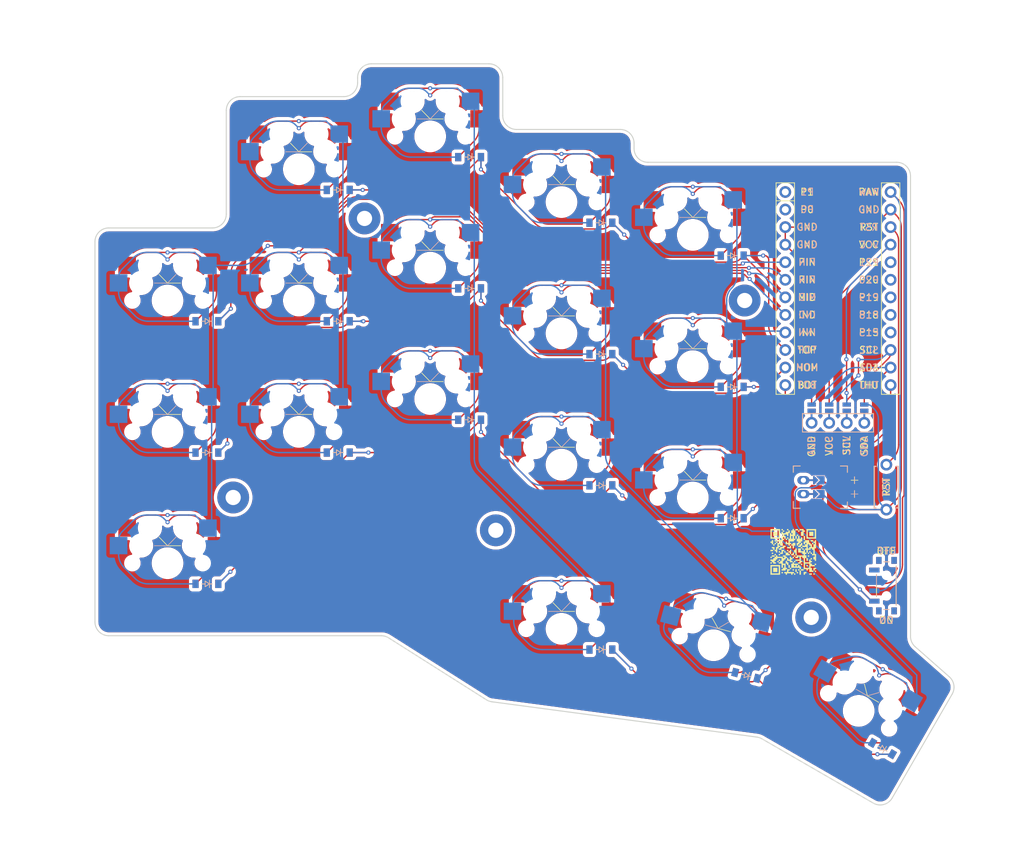
<source format=kicad_pcb>
(kicad_pcb (version 20241229) (generator "pcbnew") (generator_version "9.0")
  (layers (0 "F.Cu" signal) (2 "B.Cu" signal) (13 "F.Paste" user) (15 "B.Paste" user) (5 "F.SilkS" user "F.Silkscreen") (7 "B.SilkS" user "B.Silkscreen") (1 "F.Mask" user) (3 "B.Mask" user) (25 "Edge.Cuts" user))
  (net 0 "")
  (net 1 "PIN_BOT")
  (net 2 "PIN")
  (net 3 "GND")
  (net 4 "PIN_HOM")
  (net 5 "PIN_TOP")
  (net 6 "RIN_BOT")
  (net 7 "RIN")
  (net 8 "RIN_HOM")
  (net 9 "RIN_TOP")
  (net 10 "MID_BOT")
  (net 11 "MID")
  (net 12 "MID_HOM")
  (net 13 "MID_TOP")
  (net 14 "IND_BOT")
  (net 15 "IND")
  (net 16 "IND_HOM")
  (net 17 "IND_TOP")
  (net 18 "INN_BOT")
  (net 19 "INN")
  (net 20 "INN_HOM")
  (net 21 "INN_TOP")
  (net 22 "MID_THU")
  (net 23 "IND_THU")
  (net 24 "INN_THU")
  (net 25 "BOT")
  (net 26 "HOM")
  (net 27 "TOP")
  (net 28 "THU")
  (net 29 "SDA")
  (net 30 "SCL")
  (net 31 "VCC")
  (net 32 "DISP1_1")
  (net 33 "DISP1_2")
  (net 34 "DISP1_3")
  (net 35 "DISP1_4")
  (net 36 "RAW")
  (net 37 "RST")
  (net 38 "P21")
  (net 39 "P20")
  (net 40 "P19")
  (net 41 "P18")
  (net 42 "P15")
  (net 43 "P1")
  (net 44 "P0")
  (net 45 "BAT_P")
  (net 46 "JST1_1")
  (net 47 "JST1_2")
  (footprint "ceoloide:mounting_hole_npth" (layer "F.Cu") (at 106.61 100.51)
    (property "Reference" "MH1" (hide yes))
    (property "Value" "")
  )
  (footprint "ceoloide:mounting_hole_npth" (layer "F.Cu") (at 144.61 105.26)
    (property "Reference" "MH5" (hide yes))
    (property "Value" "")
  )
  (footprint "ceoloide:diode_tht_sod123" (layer "F.Cu") (at 102.81 75.01 180)
    (property "Reference" "D3" (hide yes))
    (property "Value" "")
  )
  (footprint "ceoloide:diode_tht_sod123" (layer "F.Cu") (at 121.81 94.01 180)
    (property "Reference" "D4" (hide yes))
    (property "Value" "")
  )
  (footprint "ceoloide:diode_tht_sod123" (layer "F.Cu") (at 180.83932 126.258046 165)
    (property "Reference" "D17" (hide yes))
    (property "Value" "")
  )
  (footprint "ceoloide:reset_switch_tht_top" (layer "F.Cu") (at 201.11 99.01 90)
    (property "Reference" "RST1" (hide yes))
    (property "Value" "")
  )
  (footprint "ceoloide:diode_tht_sod123" (layer "F.Cu") (at 121.81 56.01 180)
    (property "Reference" "D6" (hide yes))
    (property "Value" "")
  )
  (footprint "ceoloide:mcu_supermini_nrf52840" (layer "F.Cu") (at 194.11 69.01)
    (property "Reference" "MCU1" (hide yes))
    (property "Value" "")
  )
  (footprint "ceoloide:diode_tht_sod123" (layer "F.Cu") (at 121.81 75.01 180)
    (property "Reference" "D5" (hide yes))
    (property "Value" "")
  )
  (footprint "ceoloide:diode_tht_sod123" (layer "F.Cu") (at 102.81 94.01 180)
    (property "Reference" "D2" (hide yes))
    (property "Value" "")
  )
  (footprint "ceoloide:battery_connector_jst_ph_2" (layer "F.Cu") (at 189.11 99.01 90)
    (property "Reference" "JST1" (hide yes))
    (property "Value" "")
  )
  (footprint "ceoloide:diode_tht_sod123" (layer "F.Cu") (at 178.81 103.51 180)
    (property "Reference" "D13" (hide yes))
    (property "Value" "")
  )
  (footprint "ceoloide:diode_tht_sod123" (layer "F.Cu") (at 178.81 84.51 180)
    (property "Reference" "D14" (hide yes))
    (property "Value" "")
  )
  (footprint "ceoloide:mounting_hole_npth" (layer "F.Cu") (at 125.61 60.135)
    (property "Reference" "MH2" (hide yes))
    (property "Value" "")
  )
  (footprint "ceoloide:power_switch_smd_side" (layer "F.Cu") (at 201.11 113.26)
    (property "Reference" "PWR1" (hide yes))
    (property "Value" "")
  )
  (footprint "ceoloide:diode_tht_sod123" (layer "F.Cu") (at 178.81 65.51 180)
    (property "Reference" "D15" (hide yes))
    (property "Value" "")
  )
  (footprint "ceoloide:diode_tht_sod123" (layer "F.Cu") (at 140.81 51.26 180)
    (property "Reference" "D9" (hide yes))
    (property "Value" "")
  )
  (footprint "ceoloide:diode_tht_sod123" (layer "F.Cu") (at 159.81 79.76 180)
    (property "Reference" "D11" (hide yes))
    (property "Value" "")
  )
  (footprint "ceoloide:diode_tht_sod123" (layer "F.Cu") (at 159.81 122.51 180)
    (property "Reference" "D16" (hide yes))
    (property "Value" "")
  )
  (footprint "ceoloide:diode_tht_sod123" (layer "F.Cu") (at 200.546345 136.833076 150)
    (property "Reference" "D18" (hide yes))
    (property "Value" "")
  )
  (footprint "ceoloide:diode_tht_sod123" (layer "F.Cu") (at 102.81 113.01 180)
    (property "Reference" "D1" (hide yes))
    (property "Value" "")
  )
  (footprint "ceoloide:diode_tht_sod123" (layer "F.Cu") (at 140.81 89.26 180)
    (property "Reference" "D7" (hide yes))
    (property "Value" "")
  )
  (footprint "ceoloide:diode_tht_sod123" (layer "F.Cu") (at 140.81 70.26 180)
    (property "Reference" "D8" (hide yes))
    (property "Value" "")
  )
  (footprint "ceoloide:display_ssd1306" (layer "F.Cu") (at 194.11 73.01)
    (property "Reference" "DISP1" (hide yes))
    (property "Value" "")
  )
  (footprint "ceoloide:mounting_hole_npth" (layer "F.Cu") (at 190.245493 117.858144 -22.5)
    (property "Reference" "MH3" (hide yes))
    (property "Value" "")
  )
  (footprint "ceoloide:diode_tht_sod123" (layer "F.Cu") (at 159.81 98.76 180)
    (property "Reference" "D10" (hide yes))
    (property "Value" "")
  )
  (footprint "ceoloide:mounting_hole_npth" (layer "F.Cu") (at 180.61 72.01)
    (property "Reference" "MH4" (hide yes))
    (property "Value" "")
  )
  (footprint "ceoloide:diode_tht_sod123" (layer "F.Cu") (at 159.81 60.76 180)
    (property "Reference" "D12" (hide yes))
    (property "Value" "")
  )
  (footprint "ceoloide:switch_mx" (layer "B.Cu") (at 135.11 86.26)
    (property "Reference" "S7" (hide yes))
    (property "Value" "")
  )
  (footprint "ceoloide:switch_mx" (layer "B.Cu") (at 154.11 76.76)
    (property "Reference" "S11" (hide yes))
    (property "Value" "")
  )
  (footprint "ceoloide:switch_mx" (layer "B.Cu") (at 135.11 67.26)
    (property "Reference" "S8" (hide yes))
    (property "Value" "")
  )
  (footprint "ceoloide:switch_mx" (layer "B.Cu") (at 116.11 72.01)
    (property "Reference" "S5" (hide yes))
    (property "Value" "")
  )
  (footprint "ceoloide:switch_mx" (layer "B.Cu") (at 135.11 48.26)
    (property "Reference" "S9" (hide yes))
    (property "Value" "")
  )
  (footprint "ceoloide:switch_mx" (layer "B.Cu") (at 176.11 121.885 -15)
    (property "Reference" "S17" (hide yes))
    (property "Value" "")
  )
  (footprint "ceoloide:switch_mx" (layer "B.Cu") (at 173.11 62.51)
    (property "Reference" "S15" (hide yes))
    (property "Value" "")
  )
  (footprint "ceoloide:switch_mx" (layer "B.Cu") (at 173.11 100.51)
    (property "Reference" "S13" (hide yes))
    (property "Value" "")
  )
  (footprint "ceoloide:switch_mx" (layer "B.Cu") (at 97.11 91.01)
    (property "Reference" "S2" (hide yes))
    (property "Value" "")
  )
  (footprint "ceoloide:switch_mx" (layer "B.Cu") (at 173.11 81.51)
    (property "Reference" "S14" (hide yes))
    (property "Value" "")
  )
  (footprint "ceoloide:switch_mx" (layer "B.Cu") (at 197.11 131.385 -30)
    (property "Reference" "S18" (hide yes))
    (property "Value" "")
  )
  (footprint "ceoloide:switch_mx" (layer "B.Cu") (at 97.11 110.01)
    (property "Reference" "S1" (hide yes))
    (property "Value" "")
  )
  (footprint "ceoloide:switch_mx" (layer "B.Cu") (at 116.11 53.01)
    (property "Reference" "S6" (hide yes))
    (property "Value" "")
  )
  (footprint "ceoloide:switch_mx" (layer "B.Cu") (at 154.11 57.76)
    (property "Reference" "S12" (hide yes))
    (property "Value" "")
  )
  (footprint "ceoloide:switch_mx" (layer "B.Cu") (at 154.11 119.51)
    (property "Reference" "S16" (hide yes))
    (property "Value" "")
  )
  (footprint "ceoloide:switch_mx" (layer "B.Cu") (at 97.11 72.01)
    (property "Reference" "S3" (hide yes))
    (property "Value" "")
  )
  (footprint "ceoloide:switch_mx" (layer "B.Cu") (at 116.11 91.01)
    (property "Reference" "S4" (hide yes))
    (property "Value" "")
  )
  (footprint "ceoloide:switch_mx" (layer "B.Cu") (at 154.11 95.76)
    (property "Reference" "S10" (hide yes))
    (property "Value" "")
  )
  (gr_poly (pts (xy 187.144277 105.471601) (xy 187.144277 105.672044) (xy 186.943829 105.672044) (xy 186.943829 105.872484) (xy 186.943829 106.072927) (xy 186.743381 106.072927) (xy 186.743381 105.872484) (xy 186.54294 105.872484) (xy 186.3425 105.872484) (xy 186.3425 106.072927) (xy 186.54294 106.072927) (xy 186.54294 106.273367) (xy 186.54294 106.473811) (xy 186.3425 106.473811) (xy 186.3425 106.273367) (xy 186.142057 106.273367) (xy 186.142057 106.473811) (xy 186.3425 106.473811) (xy 186.3425 106.674254) (xy 186.142057 106.674254) (xy 186.142057 106.874694) (xy 185.941617 106.874694) (xy 185.941617 107.075137) (xy 186.142057 107.075137) (xy 186.142057 107.275577) (xy 186.142057 107.476018) (xy 185.941617 107.476018) (xy 185.741174 107.476018) (xy 185.741174 107.275577) (xy 185.54073 107.275577) (xy 185.54073 107.476018) (xy 185.741174 107.476018) (xy 185.741174 107.676466) (xy 185.54073 107.676466) (xy 185.54073 107.876914) (xy 185.34029 107.876914) (xy 185.34029 108.077336) (xy 185.34029 108.277785) (xy 185.34029 108.478233) (xy 185.139847 108.478233) (xy 185.139847 108.277785) (xy 184.939407 108.277785) (xy 184.939407 108.077336) (xy 185.139847 108.077336) (xy 185.139847 107.876914) (xy 185.139847 107.676466) (xy 185.34029 107.676466) (xy 185.34029 107.476018) (xy 185.34029 107.275577) (xy 185.34029 107.075137) (xy 185.54073 107.075137) (xy 185.741174 107.075137) (xy 185.741174 106.874694) (xy 185.54073 106.874694) (xy 185.34029 106.874694) (xy 185.34029 106.674254) (xy 185.54073 106.674254) (xy 185.741174 106.674254) (xy 185.941617 106.674254) (xy 185.941617 106.473811) (xy 185.941617 106.273367) (xy 185.941617 106.072927) (xy 186.142057 106.072927) (xy 186.142057 105.872484) (xy 185.941617 105.872484) (xy 185.941617 105.672044) (xy 185.941617 105.471601) (xy 186.142057 105.471601) (xy 186.142057 105.672044) (xy 186.3425 105.672044) (xy 186.54294 105.672044) (xy 186.54294 105.471601) (xy 186.743381 105.471601) (xy 186.943829 105.471601) (xy 186.943829 105.27116) (xy 187.144277 105.27116)) (fill yes) (layer "F.SilkS"))
  (gr_poly (pts (xy 189.148681 108.077336) (xy 188.948233 108.077336) (xy 188.948233 107.876914) (xy 189.148681 107.876914)) (fill yes) (layer "F.SilkS"))
  (gr_poly (pts (xy 190.351344 111.685301) (xy 190.150897 111.685301) (xy 189.950448 111.685301) (xy 189.950448 111.484852) (xy 190.150897 111.484852) (xy 190.351344 111.484852)) (fill yes) (layer "F.SilkS"))
  (gr_poly (pts (xy 184.939407 107.876914) (xy 184.939407 108.077336) (xy 184.738964 108.077336) (xy 184.738964 107.876914) (xy 184.538523 107.876914) (xy 184.538523 107.676466) (xy 184.738964 107.676466) (xy 184.939407 107.676466)) (fill yes) (layer "F.SilkS"))
  (gr_poly (pts (xy 189.950448 109.079551) (xy 189.75 109.079551) (xy 189.75 108.879103) (xy 189.950448 108.879103)) (fill yes) (layer "F.SilkS"))
  (gr_poly (pts (xy 185.139847 107.275577) (xy 184.939407 107.275577) (xy 184.939407 107.075137) (xy 185.139847 107.075137)) (fill yes) (layer "F.SilkS"))
  (gr_poly (pts (xy 188.346914 105.27116) (xy 188.146466 105.27116) (xy 187.946044 105.27116) (xy 187.946044 105.070717) (xy 188.146466 105.070717) (xy 188.346914 105.070717)) (fill yes) (layer "F.SilkS"))
  (gr_poly (pts (xy 185.34029 110.883534) (xy 185.34029 111.083981) (xy 185.34029 111.284404) (xy 185.139847 111.284404) (xy 184.939407 111.284404) (xy 184.738964 111.284404) (xy 184.738964 111.083981) (xy 184.738964 110.883534) (xy 184.738964 110.683085) (xy 184.939407 110.683085) (xy 185.139847 110.683085) (xy 185.34029 110.683085)) (fill yes) (layer "F.SilkS"))
  (gr_poly (pts (xy 188.948233 107.275577) (xy 188.948233 107.476018) (xy 188.747811 107.476018) (xy 188.747811 107.676466) (xy 188.547363 107.676466) (xy 188.346914 107.676466) (xy 188.346914 107.476018) (xy 188.547363 107.476018) (xy 188.547363 107.275577) (xy 188.747811 107.275577) (xy 188.747811 107.075137) (xy 188.948233 107.075137)) (fill yes) (layer "F.SilkS"))
  (gr_poly (pts (xy 185.34029 109.079551) (xy 185.54073 109.079551) (xy 185.741174 109.079551) (xy 185.941617 109.079551) (xy 186.142057 109.079551) (xy 186.142057 108.879103) (xy 186.3425 108.879103) (xy 186.54294 108.879103) (xy 186.54294 109.079551) (xy 186.743381 109.079551) (xy 186.743381 109.28) (xy 186.54294 109.28) (xy 186.54294 109.480448) (xy 186.3425 109.480448) (xy 186.3425 109.68087) (xy 186.142057 109.68087) (xy 186.142057 109.881318) (xy 186.142057 110.081767) (xy 186.3425 110.081767) (xy 186.54294 110.081767) (xy 186.54294 109.881318) (xy 186.54294 109.68087) (xy 186.743381 109.68087) (xy 186.743381 109.881318) (xy 186.943829 109.881318) (xy 186.943829 110.081767) (xy 186.943829 110.282215) (xy 186.743381 110.282215) (xy 186.743381 110.081767) (xy 186.54294 110.081767) (xy 186.54294 110.282215) (xy 186.54294 110.482637) (xy 186.54294 110.683085) (xy 186.743381 110.683085) (xy 186.743381 110.883534) (xy 186.54294 110.883534) (xy 186.54294 111.083981) (xy 186.3425 111.083981) (xy 186.142057 111.083981) (xy 185.941617 111.083981) (xy 185.941617 110.883534) (xy 186.142057 110.883534) (xy 186.142057 110.683085) (xy 186.3425 110.683085) (xy 186.3425 110.482637) (xy 186.3425 110.282215) (xy 186.142057 110.282215) (xy 186.142057 110.482637) (xy 186.142057 110.683085) (xy 185.941617 110.683085) (xy 185.941617 110.482637) (xy 185.941617 110.282215) (xy 185.941617 110.081767) (xy 185.741174 110.081767) (xy 185.54073 110.081767) (xy 185.54073 109.881318) (xy 185.741174 109.881318) (xy 185.741174 109.68087) (xy 185.941617 109.68087) (xy 185.941617 109.480448) (xy 185.941617 109.28) (xy 186.142057 109.28) (xy 186.3425 109.28) (xy 186.3425 109.079551) (xy 186.142057 109.079551) (xy 186.142057 109.28) (xy 185.941617 109.28) (xy 185.741174 109.28) (xy 185.54073 109.28) (xy 185.34029 109.28) (xy 185.34029 109.480448) (xy 185.139847 109.480448) (xy 185.139847 109.68087) (xy 184.939407 109.68087) (xy 184.939407 109.881318) (xy 185.139847 109.881318) (xy 185.139847 110.081767) (xy 184.939407 110.081767) (xy 184.738964 110.081767) (xy 184.738964 109.881318) (xy 184.538523 109.881318) (xy 184.538523 109.68087) (xy 184.33808 109.68087) (xy 184.33808 109.480448) (xy 184.538523 109.480448) (xy 184.738964 109.480448) (xy 184.738964 109.28) (xy 184.939407 109.28) (xy 184.939407 109.079551) (xy 185.139847 109.079551) (xy 185.139847 108.879103) (xy 185.34029 108.879103)) (fill yes) (layer "F.SilkS"))
  (gr_poly (pts (xy 190.952664 110.883534) (xy 190.752215 110.883534) (xy 190.752215 111.083981) (xy 190.551767 111.083981) (xy 190.551767 110.883534) (xy 190.551767 110.683085) (xy 190.752215 110.683085) (xy 190.952664 110.683085)) (fill yes) (layer "F.SilkS"))
  (gr_poly (pts (xy 187.946044 107.275577) (xy 187.946044 107.476018) (xy 187.745596 107.476018) (xy 187.745596 107.676466) (xy 187.745596 107.876914) (xy 187.545148 107.876914) (xy 187.545148 107.676466) (xy 187.545148 107.476018) (xy 187.344699 107.476018) (xy 187.344699 107.275577) (xy 187.545148 107.275577) (xy 187.545148 107.075137) (xy 187.745596 107.075137) (xy 187.946044 107.075137)) (fill yes) (layer "F.SilkS"))
  (gr_poly (pts (xy 184.538523 109.28) (xy 184.33808 109.28) (xy 184.33808 109.079551) (xy 184.538523 109.079551)) (fill yes) (layer "F.SilkS"))
  (gr_poly (pts (xy 187.745596 110.081767) (xy 187.946044 110.081767) (xy 188.146466 110.081767) (xy 188.346914 110.081767) (xy 188.346914 110.282215) (xy 188.146466 110.282215) (xy 188.146466 110.482637) (xy 188.346914 110.482637) (xy 188.346914 110.282215) (xy 188.547363 110.282215) (xy 188.547363 110.482637) (xy 188.747811 110.482637) (xy 188.747811 110.683085) (xy 188.747811 110.883534) (xy 188.547363 110.883534) (xy 188.547363 110.683085) (xy 188.346914 110.683085) (xy 188.146466 110.683085) (xy 187.946044 110.683085) (xy 187.745596 110.683085) (xy 187.545148 110.683085) (xy 187.344699 110.683085) (xy 187.344699 110.482637) (xy 187.745596 110.482637) (xy 187.946044 110.482637) (xy 187.946044 110.282215) (xy 187.745596 110.282215) (xy 187.745596 110.482637) (xy 187.344699 110.482637) (xy 187.344699 110.282215) (xy 187.344699 110.081767) (xy 187.545148 110.081767) (xy 187.545148 109.881318) (xy 187.745596 109.881318)) (fill yes) (layer "F.SilkS"))
  (gr_poly (pts (xy 187.745596 108.678681) (xy 187.745596 108.879103) (xy 187.545148 108.879103) (xy 187.344699 108.879103) (xy 187.344699 108.678681) (xy 187.545148 108.678681) (xy 187.545148 108.478233) (xy 187.745596 108.478233)) (fill yes) (layer "F.SilkS"))
  (gr_poly (pts (xy 187.344699 109.28) (xy 187.545148 109.28) (xy 187.545148 109.480448) (xy 187.344699 109.480448) (xy 187.344699 109.68087) (xy 187.545148 109.68087) (xy 187.545148 109.881318) (xy 187.344699 109.881318) (xy 187.144277 109.881318) (xy 187.144277 109.68087) (xy 186.943829 109.68087) (xy 186.743381 109.68087) (xy 186.743381 109.480448) (xy 186.743381 109.28) (xy 186.943829 109.28) (xy 186.943829 109.480448) (xy 187.144277 109.480448) (xy 187.144277 109.28) (xy 187.144277 109.079551) (xy 187.344699 109.079551)) (fill yes) (layer "F.SilkS"))
  (gr_poly (pts (xy 186.743381 106.674254) (xy 186.54294 106.674254) (xy 186.54294 106.473811) (xy 186.743381 106.473811)) (fill yes) (layer "F.SilkS"))
  (gr_poly (pts (xy 187.144277 110.482637) (xy 187.144277 110.683085) (xy 186.943829 110.683085) (xy 186.943829 110.482637) (xy 186.943829 110.282215) (xy 187.144277 110.282215)) (fill yes) (layer "F.SilkS"))
  (gr_poly (pts (xy 187.745596 111.083981) (xy 187.545148 111.083981) (xy 187.545148 110.883534) (xy 187.745596 110.883534)) (fill yes) (layer "F.SilkS"))
  (gr_poly (pts (xy 185.54073 109.881318) (xy 185.34029 109.881318) (xy 185.34029 109.68087) (xy 185.54073 109.68087)) (fill yes) (layer "F.SilkS"))
  (gr_poly (pts (xy 190.952664 110.282215) (xy 190.752215 110.282215) (xy 190.752215 110.081767) (xy 190.952664 110.081767)) (fill yes) (layer "F.SilkS"))
  (gr_poly (pts (xy 185.139847 106.874694) (xy 184.939407 106.874694) (xy 184.939407 106.674254) (xy 185.139847 106.674254)) (fill yes) (layer "F.SilkS"))
  (gr_poly (pts (xy 190.351344 108.678681) (xy 190.150897 108.678681) (xy 190.150897 108.478233) (xy 190.351344 108.478233)) (fill yes) (layer "F.SilkS"))
  (gr_poly (pts (xy 186.3425 108.277785) (xy 186.142057 108.277785) (xy 186.142057 108.478233) (xy 186.142057 108.678681) (xy 185.941617 108.678681) (xy 185.741174 108.678681) (xy 185.741174 108.478233) (xy 185.941617 108.478233) (xy 185.941617 108.277785) (xy 185.941617 108.077336) (xy 186.142057 108.077336) (xy 186.3425 108.077336)) (fill yes) (layer "F.SilkS"))
  (gr_poly (pts (xy 188.146466 108.077336) (xy 188.146466 108.277785) (xy 188.146466 108.478233) (xy 188.146466 108.678681) (xy 188.146466 108.879103) (xy 187.946044 108.879103) (xy 187.946044 108.678681) (xy 187.946044 108.478233) (xy 187.745596 108.478233) (xy 187.745596 108.277785) (xy 187.745596 108.077336) (xy 187.946044 108.077336) (xy 187.946044 107.876914) (xy 188.146466 107.876914)) (fill yes) (layer "F.SilkS"))
  (gr_poly (pts (xy 189.75 110.482637) (xy 189.549578 110.482637) (xy 189.549578 110.282215) (xy 189.75 110.282215)) (fill yes) (layer "F.SilkS"))
  (gr_poly (pts (xy 187.946044 109.079551) (xy 187.745596 109.079551) (xy 187.745596 108.879103) (xy 187.946044 108.879103)) (fill yes) (layer "F.SilkS"))
  (gr_poly (pts (xy 190.551767 107.275577) (xy 190.351344 107.275577) (xy 190.351344 107.075137) (xy 190.551767 107.075137)) (fill yes) (layer "F.SilkS"))
  (gr_poly (pts (xy 187.946044 109.881318) (xy 187.745596 109.881318) (xy 187.745596 109.68087) (xy 187.946044 109.68087)) (fill yes) (layer "F.SilkS"))
  (gr_poly (pts (xy 186.142057 111.484852) (xy 185.941617 111.484852) (xy 185.941617 111.284404) (xy 186.142057 111.284404)) (fill yes) (layer "F.SilkS"))
  (gr_poly (pts (xy 185.741174 108.478233) (xy 185.54073 108.478233) (xy 185.54073 108.277785) (xy 185.741174 108.277785)) (fill yes) (layer "F.SilkS"))
  (gr_poly (pts (xy 185.741174 109.68087) (xy 185.54073 109.68087) (xy 185.54073 109.480448) (xy 185.741174 109.480448)) (fill yes) (layer "F.SilkS"))
  (gr_poly (pts (xy 190.150897 108.478233) (xy 189.950448 108.478233) (xy 189.950448 108.277785) (xy 190.150897 108.277785)) (fill yes) (layer "F.SilkS"))
  (gr_poly (pts (xy 186.54294 107.676466) (xy 186.3425 107.676466) (xy 186.3425 107.876914) (xy 186.142057 107.876914) (xy 185.941617 107.876914) (xy 185.941617 108.077336) (xy 185.741174 108.077336) (xy 185.54073 108.077336) (xy 185.54073 107.876914) (xy 185.741174 107.876914) (xy 185.741174 107.676466) (xy 185.941617 107.676466) (xy 186.142057 107.676466) (xy 186.142057 107.476018) (xy 186.3425 107.476018) (xy 186.54294 107.476018)) (fill yes) (layer "F.SilkS"))
  (gr_poly (pts (xy 188.747811 111.284404) (xy 188.747811 111.484852) (xy 188.747811 111.685301) (xy 188.547363 111.685301) (xy 188.547363 111.484852) (xy 188.547363 111.284404) (xy 188.547363 111.083981) (xy 188.747811 111.083981)) (fill yes) (layer "F.SilkS"))
  (gr_poly (pts (xy 185.34029 107.075137) (xy 185.139847 107.075137) (xy 185.139847 106.874694) (xy 185.34029 106.874694)) (fill yes) (layer "F.SilkS"))
  (gr_poly (pts (xy 187.745596 109.28) (xy 187.545148 109.28) (xy 187.545148 109.079551) (xy 187.745596 109.079551)) (fill yes) (layer "F.SilkS"))
  (gr_poly (pts (xy 188.547363 106.273367) (xy 188.547363 106.473811) (xy 188.747811 106.473811) (xy 188.747811 106.273367) (xy 188.948233 106.273367) (xy 188.948233 106.473811) (xy 188.948233 106.674254) (xy 188.948233 106.874694) (xy 188.747811 106.874694) (xy 188.747811 107.075137) (xy 188.547363 107.075137) (xy 188.547363 107.275577) (xy 188.346914 107.275577) (xy 188.346914 107.476018) (xy 188.146466 107.476018) (xy 188.146466 107.275577) (xy 188.146466 107.075137) (xy 188.346914 107.075137) (xy 188.346914 106.874694) (xy 188.146466 106.874694) (xy 188.146466 106.674254) (xy 188.146466 106.473811) (xy 188.346914 106.473811) (xy 188.346914 106.273367) (xy 188.346914 106.072927) (xy 188.547363 106.072927)) (fill yes) (layer "F.SilkS"))
  (gr_poly (pts (xy 184.939407 109.079551) (xy 184.738964 109.079551) (xy 184.538523 109.079551) (xy 184.538523 108.879103) (xy 184.738964 108.879103) (xy 184.939407 108.879103)) (fill yes) (layer "F.SilkS"))
  (gr_poly (pts (xy 188.346914 106.072927) (xy 188.146466 106.072927) (xy 188.146466 105.872484) (xy 188.346914 105.872484)) (fill yes) (layer "F.SilkS"))
  (gr_poly (pts (xy 189.34913 106.273367) (xy 189.34913 106.473811) (xy 189.34913 106.674254) (xy 189.148681 106.674254) (xy 189.148681 106.473811) (xy 189.148681 106.273367) (xy 189.148681 106.072927) (xy 189.34913 106.072927)) (fill yes) (layer "F.SilkS"))
  (gr_poly (pts (xy 190.752215 111.685301) (xy 190.551767 111.685301) (xy 190.551767 111.484852) (xy 190.752215 111.484852)) (fill yes) (layer "F.SilkS"))
  (gr_poly (pts (xy 187.144277 111.083981) (xy 186.943829 111.083981) (xy 186.943829 111.284404) (xy 187.144277 111.284404) (xy 187.344699 111.284404) (xy 187.545148 111.284404) (xy 187.745596 111.284404) (xy 187.745596 111.484852) (xy 187.545148 111.484852) (xy 187.545148 111.685301) (xy 187.344699 111.685301) (xy 187.344699 111.484852) (xy 187.144277 111.484852) (xy 186.943829 111.484852) (xy 186.743381 111.484852) (xy 186.743381 111.685301) (xy 186.54294 111.685301) (xy 186.54294 111.484852) (xy 186.3425 111.484852) (xy 186.3425 111.284404) (xy 186.54294 111.284404) (xy 186.743381 111.284404) (xy 186.743381 111.083981) (xy 186.743381 110.883534) (xy 186.943829 110.883534) (xy 187.144277 110.883534)) (fill yes) (layer "F.SilkS"))
  (gr_poly (pts (xy 187.344699 108.277785) (xy 187.344699 108.478233) (xy 187.344699 108.678681) (xy 187.144277 108.678681) (xy 187.144277 108.478233) (xy 186.943829 108.478233) (xy 186.943829 108.277785) (xy 187.144277 108.277785) (xy 187.144277 108.077336) (xy 187.344699 108.077336)) (fill yes) (layer "F.SilkS"))
  (gr_poly (pts (xy 188.346914 111.484852) (xy 188.146466 111.484852) (xy 188.146466 111.284404) (xy 188.346914 111.284404)) (fill yes) (layer "F.SilkS"))
  (gr_poly (pts (xy 186.943829 108.678681) (xy 187.144277 108.678681) (xy 187.144277 108.879103) (xy 186.943829 108.879103) (xy 186.743381 108.879103) (xy 186.54294 108.879103) (xy 186.54294 108.678681) (xy 186.54294 108.478233) (xy 186.743381 108.478233) (xy 186.943829 108.478233)) (fill yes) (layer "F.SilkS"))
  (gr_poly (pts (xy 186.943829 106.473811) (xy 186.743381 106.473811) (xy 186.743381 106.273367) (xy 186.943829 106.273367)) (fill yes) (layer "F.SilkS"))
  (gr_poly (pts (xy 188.948233 110.282215) (xy 188.747811 110.282215) (xy 188.747811 110.081767) (xy 188.948233 110.081767)) (fill yes) (layer "F.SilkS"))
  (gr_poly (pts (xy 184.738964 108.678681) (xy 184.538523 108.678681) (xy 184.538523 108.478233) (xy 184.738964 108.478233)) (fill yes) (layer "F.SilkS"))
  (gr_poly (pts (xy 185.741174 108.879103) (xy 185.54073 108.879103) (xy 185.54073 108.678681) (xy 185.741174 108.678681)) (fill yes) (layer "F.SilkS"))
  (gr_poly (pts (xy 184.738964 108.277785) (xy 184.538523 108.277785) (xy 184.33808 108.277785) (xy 184.33808 108.077336) (xy 184.538523 108.077336) (xy 184.738964 108.077336)) (fill yes) (layer "F.SilkS"))
  (gr_poly (pts (xy 184.738964 106.874694) (xy 184.738964 107.075137) (xy 184.738964 107.275577) (xy 184.538523 107.275577) (xy 184.538523 107.075137) (xy 184.33808 107.075137) (xy 184.33808 106.874694) (xy 184.538523 106.874694) (xy 184.538523 106.674254) (xy 184.738964 106.674254)) (fill yes) (layer "F.SilkS"))
  (gr_poly (pts (xy 185.139847 108.879103) (xy 184.939407 108.879103) (xy 184.939407 108.678681) (xy 185.139847 108.678681)) (fill yes) (layer "F.SilkS"))
  (gr_poly (pts (xy 190.351344 109.480448) (xy 190.150897 109.480448) (xy 190.150897 109.28) (xy 190.351344 109.28)) (fill yes) (layer "F.SilkS"))
  (gr_poly (pts (xy 188.948233 107.876914) (xy 188.747811 107.876914) (xy 188.747811 107.676466) (xy 188.948233 107.676466)) (fill yes) (layer "F.SilkS"))
  (gr_poly (pts (xy 188.547363 105.471601) (xy 188.346914 105.471601) (xy 188.346914 105.27116) (xy 188.547363 105.27116)) (fill yes) (layer "F.SilkS"))
  (gr_poly (pts (xy 188.547363 111.083981) (xy 188.346914 111.083981) (xy 188.346914 110.883534) (xy 188.547363 110.883534)) (fill yes) (layer "F.SilkS"))
  (gr_poly (pts (xy 190.551767 105.672044) (xy 190.551767 105.872484) (xy 190.551767 106.072927) (xy 190.351344 106.072927) (xy 190.150897 106.072927) (xy 189.950448 106.072927) (xy 189.950448 105.872484) (xy 189.950448 105.672044) (xy 189.950448 105.471601) (xy 190.150897 105.471601) (xy 190.351344 105.471601) (xy 190.551767 105.471601)) (fill yes) (layer "F.SilkS"))
  (gr_poly (pts (xy 189.148681 111.083981) (xy 188.948233 111.083981) (xy 188.747811 111.083981) (xy 188.747811 110.883534) (xy 188.948233 110.883534) (xy 189.148681 110.883534)) (fill yes) (layer "F.SilkS"))
  (gr_poly (pts (xy 186.943829 108.277785) (xy 186.743381 108.277785) (xy 186.743381 108.077336) (xy 186.943829 108.077336)) (fill yes) (layer "F.SilkS"))
  (gr_poly (pts (xy 186.943829 105.27116) (xy 186.743381 105.27116) (xy 186.743381 105.070717) (xy 186.943829 105.070717)) (fill yes) (layer "F.SilkS"))
  (gr_poly (pts (xy 185.34029 105.672044) (xy 185.34029 105.872484) (xy 185.34029 106.072927) (xy 185.139847 106.072927) (xy 184.939407 106.072927) (xy 184.738964 106.072927) (xy 184.738964 105.872484) (xy 184.738964 105.672044) (xy 184.738964 105.471601) (xy 184.939407 105.471601) (xy 185.139847 105.471601) (xy 185.34029 105.471601)) (fill yes) (layer "F.SilkS"))
  (gr_poly (pts (xy 190.952664 105.27116) (xy 190.952664 105.471601) (xy 190.952664 105.672044) (xy 190.952664 105.872484) (xy 190.952664 106.072927) (xy 190.952664 106.273367) (xy 190.952664 106.473811) (xy 190.752215 106.473811) (xy 190.551767 106.473811) (xy 190.351344 106.473811) (xy 190.150897 106.473811) (xy 189.950448 106.473811) (xy 189.75 106.473811) (xy 189.549578 106.473811) (xy 189.549578 106.273367) (xy 189.549578 106.072927) (xy 189.549578 105.872484) (xy 189.549578 105.672044) (xy 189.549578 105.471601) (xy 189.75 105.471601) (xy 189.75 105.672044) (xy 189.75 105.872484) (xy 189.75 106.072927) (xy 189.75 106.273367) (xy 189.950448 106.273367) (xy 190.150897 106.273367) (xy 190.351344 106.273367) (xy 190.551767 106.273367) (xy 190.752215 106.273367) (xy 190.752215 106.072927) (xy 190.752215 105.872484) (xy 190.752215 105.672044) (xy 190.752215 105.471601) (xy 190.752215 105.27116) (xy 190.551767 105.27116) (xy 190.351344 105.27116) (xy 190.150897 105.27116) (xy 189.950448 105.27116) (xy 189.75 105.27116) (xy 189.75 105.471601) (xy 189.549578 105.471601) (xy 189.549578 105.27116) (xy 189.549578 105.070717) (xy 189.75 105.070717) (xy 189.950448 105.070717) (xy 190.150897 105.070717) (xy 190.351344 105.070717) (xy 190.551767 105.070717) (xy 190.752215 105.070717) (xy 190.952664 105.070717)) (fill yes) (layer "F.SilkS"))
  (gr_poly (pts (xy 189.950448 108.678681) (xy 189.75 108.678681) (xy 189.75 108.478233) (xy 189.950448 108.478233)) (fill yes) (layer "F.SilkS"))
  (gr_poly (pts (xy 189.950448 106.874694) (xy 189.950448 107.075137) (xy 190.150897 107.075137) (xy 190.150897 107.275577) (xy 190.351344 107.275577) (xy 190.351344 107.476018) (xy 190.351344 107.676466) (xy 190.551767 107.676466) (xy 190.551767 107.476018) (xy 190.551767 107.275577) (xy 190.752215 107.275577) (xy 190.752215 107.075137) (xy 190.551767 107.075137) (xy 190.551767 106.874694) (xy 190.752215 106.874694) (xy 190.752215 106.674254) (xy 190.952664 106.674254) (xy 190.952664 106.874694) (xy 190.952664 107.075137) (xy 190.952664 107.275577) (xy 190.952664 107.476018) (xy 190.952664 107.676466) (xy 190.952664 107.876914) (xy 190.752215 107.876914) (xy 190.752215 108.077336) (xy 190.752215 108.277785) (xy 190.752215 108.478233) (xy 190.752215 108.678681) (xy 190.952664 108.678681) (xy 190.952664 108.879103) (xy 190.952664 109.079551) (xy 190.952664 109.28) (xy 190.952664 109.480448) (xy 190.952664 109.68087) (xy 190.752215 109.68087) (xy 190.752215 109.480448) (xy 190.551767 109.480448) (xy 190.551767 109.28) (xy 190.551767 109.079551) (xy 190.752215 109.079551) (xy 190.752215 108.879103) (xy 190.551767 108.879103) (xy 190.351344 108.879103) (xy 190.351344 108.678681) (xy 190.551767 108.678681) (xy 190.551767 108.478233) (xy 190.551767 108.277785) (xy 190.551767 108.077336) (xy 190.351344 108.077336) (xy 190.351344 107.876914) (xy 190.150897 107.876914) (xy 190.150897 108.077336) (xy 189.950448 108.077336) (xy 189.75 108.077336) (xy 189.75 108.277785) (xy 189.75 108.478233) (xy 189.549578 108.478233) (xy 189.549578 108.277785) (xy 189.549578 108.077336) (xy 189.34913 108.077336) (xy 189.34913 107.876914) (xy 189.549578 107.876914) (xy 189.549578 107.676466) (xy 189.34913 107.676466) (xy 189.148681 107.676466) (xy 188.948233 107.676466) (xy 188.948233 107.476018) (xy 189.148681 107.476018) (xy 189.34913 107.476018) (xy 189.75 107.476018) (xy 189.75 107.676466) (xy 189.75 107.876914) (xy 189.950448 107.876914) (xy 189.950448 107.676466) (xy 190.150897 107.676466) (xy 190.150897 107.476018) (xy 189.950448 107.476018) (xy 189.950448 107.275577) (xy 189.75 107.275577) (xy 189.75 107.476018) (xy 189.34913 107.476018) (xy 189.34913 107.275577) (xy 189.549578 107.275577) (xy 189.549578 107.075137) (xy 189.34913 107.075137) (xy 189.34913 107.275577) (xy 189.148681 107.275577) (xy 189.148681 107.075137) (xy 189.148681 106.874694) (xy 189.34913 106.874694) (xy 189.34913 106.674254) (xy 189.549578 106.674254) (xy 189.75 106.674254) (xy 189.950448 106.674254)) (fill yes) (layer "F.SilkS"))
  (gr_poly (pts (xy 184.939407 107.476018) (xy 184.738964 107.476018) (xy 184.738964 107.275577) (xy 184.939407 107.275577)) (fill yes) (layer "F.SilkS"))
  (gr_poly (pts (xy 188.146466 111.083981) (xy 188.146466 111.284404) (xy 187.946044 111.284404) (xy 187.946044 111.083981) (xy 187.946044 110.883534) (xy 188.146466 110.883534)) (fill yes) (layer "F.SilkS"))
  (gr_poly (pts (xy 186.3425 105.471601) (xy 186.142057 105.471601) (xy 186.142057 105.27116) (xy 186.3425 105.27116)) (fill yes) (layer "F.SilkS"))
  (gr_poly (pts (xy 190.952664 111.284404) (xy 190.752215 111.284404) (xy 190.752215 111.083981) (xy 190.952664 111.083981)) (fill yes) (layer "F.SilkS"))
  (gr_poly (pts (xy 185.741174 110.482637) (xy 185.741174 110.683085) (xy 185.741174 110.883534) (xy 185.741174 111.083981) (xy 185.741174 111.284404) (xy 185.741174 111.484852) (xy 185.741174 111.685301) (xy 185.54073 111.685301) (xy 185.34029 111.685301) (xy 185.139847 111.685301) (xy 184.939407 111.685301) (xy 184.738964 111.685301) (xy 184.538523 111.685301) (xy 184.33808 111.685301) (xy 184.33808 111.484852) (xy 184.33808 111.284404) (xy 184.33808 111.083981) (xy 184.33808 110.883534) (xy 184.33808 110.683085) (xy 184.538523 110.683085) (xy 184.538523 110.883534) (xy 184.538523 111.083981) (xy 184.538523 111.284404) (xy 184.538523 111.484852) (xy 184.738964 111.484852) (xy 184.939407 111.484852) (xy 185.139847 111.484852) (xy 185.34029 111.484852) (xy 185.54073 111.484852) (xy 185.54073 111.284404) (xy 185.54073 111.083981) (xy 185.54073 110.883534) (xy 185.54073 110.683085) (xy 185.54073 110.482637) (xy 185.34029 110.482637) (xy 185.139847 110.482637) (xy 184.939407 110.482637) (xy 184.738964 110.482637) (xy 184.538523 110.482637) (xy 184.538523 110.683085) (xy 184.33808 110.683085) (xy 184.33808 110.482637) (xy 184.33808 110.282215) (xy 184.538523 110.282215) (xy 184.738964 110.282215) (xy 184.939407 110.282215) (xy 185.139847 110.282215) (xy 185.34029 110.282215) (xy 185.54073 110.282215) (xy 185.741174 110.282215)) (fill yes) (layer "F.SilkS"))
  (gr_poly (pts (xy 185.741174 105.27116) (xy 185.741174 105.471601) (xy 185.741174 105.672044) (xy 185.741174 105.872484) (xy 185.741174 106.072927) (xy 185.741174 106.273367) (xy 185.741174 106.473811) (xy 185.54073 106.473811) (xy 185.34029 106.473811) (xy 185.139847 106.473811) (xy 184.939407 106.473811) (xy 184.738964 106.473811) (xy 184.538523 106.473811) (xy 184.33808 106.473811) (xy 184.33808 106.273367) (xy 184.33808 106.072927) (xy 184.33808 105.872484) (xy 184.33808 105.672044) (xy 184.33808 105.471601) (xy 184.538523 105.471601) (xy 184.538523 105.672044) (xy 184.538523 105.872484) (xy 184.538523 106.072927) (xy 184.538523 106.273367) (xy 184.738964 106.273367) (xy 184.939407 106.273367) (xy 185.139847 106.273367) (xy 185.34029 106.273367) (xy 185.54073 106.273367) (xy 185.54073 106.072927) (xy 185.54073 105.872484) (xy 185.54073 105.672044) (xy 185.54073 105.471601) (xy 185.54073 105.27116) (xy 185.34029 105.27116) (xy 185.139847 105.27116) (xy 184.939407 105.27116) (xy 184.738964 105.27116) (xy 184.538523 105.27116) (xy 184.538523 105.471601) (xy 184.33808 105.471601) (xy 184.33808 105.27116) (xy 184.33808 105.070717) (xy 184.538523 105.070717) (xy 184.738964 105.070717) (xy 184.939407 105.070717) (xy 185.139847 105.070717) (xy 185.34029 105.070717) (xy 185.54073 105.070717) (xy 185.741174 105.070717)) (fill yes) (layer "F.SilkS"))
  (gr_poly (pts (xy 188.146466 106.273367) (xy 188.146466 106.473811) (xy 187.946044 106.473811) (xy 187.946044 106.273367) (xy 187.946044 106.072927) (xy 188.146466 106.072927)) (fill yes) (layer "F.SilkS"))
  (gr_poly (pts (xy 189.75 109.480448) (xy 189.75 109.68087) (xy 189.549578 109.68087) (xy 189.549578 109.480448) (xy 189.549578 109.28) (xy 189.75 109.28)) (fill yes) (layer "F.SilkS"))
  (gr_poly (pts (xy 184.538523 110.081767) (xy 184.33808 110.081767) (xy 184.33808 109.881318) (xy 184.538523 109.881318)) (fill yes) (layer "F.SilkS"))
  (gr_poly (pts (xy 188.747811 108.077336) (xy 188.747811 108.277785) (xy 188.948233 108.277785) (xy 189.148681 108.277785) (xy 189.148681 108.077336) (xy 189.34913 108.077336) (xy 189.34913 108.277785) (xy 189.34913 108.478233) (xy 189.549578 108.478233) (xy 189.549578 108.678681) (xy 189.34913 108.678681) (xy 189.34913 108.879103) (xy 189.549578 108.879103) (xy 189.549578 109.079551) (xy 189.549578 109.28) (xy 189.34913 109.28) (xy 189.34913 109.480448) (xy 189.34913 109.68087) (xy 189.34913 109.881318) (xy 189.549578 109.881318) (xy 189.75 109.881318) (xy 189.950448 109.881318) (xy 189.950448 109.68087) (xy 189.950448 109.480448) (xy 190.150897 109.480448) (xy 190.150897 109.68087) (xy 190.351344 109.68087) (xy 190.351344 109.881318) (xy 190.150897 109.881318) (xy 190.150897 110.081767) (xy 190.351344 110.081767) (xy 190.351344 110.282215) (xy 190.551767 110.282215) (xy 190.752215 110.282215) (xy 190.752215 110.482637) (xy 190.551767 110.482637) (xy 190.351344 110.482637) (xy 190.150897 110.482637) (xy 190.150897 110.683085) (xy 190.351344 110.683085) (xy 190.351344 110.883534) (xy 190.351344 111.083981) (xy 190.551767 111.083981) (xy 190.551767 111.284404) (xy 190.351344 111.284404) (xy 190.150897 111.284404) (xy 189.950448 111.284404) (xy 189.950448 111.083981) (xy 189.950448 110.883534) (xy 189.75 110.883534) (xy 189.75 111.083981) (xy 189.549578 111.083981) (xy 189.549578 110.883534) (xy 189.34913 110.883534) (xy 189.148681 110.883534) (xy 189.148681 110.683085) (xy 189.148681 110.482637) (xy 189.148681 110.282215) (xy 189.34913 110.282215) (xy 189.34913 110.482637) (xy 189.34913 110.683085) (xy 189.549578 110.683085) (xy 189.75 110.683085) (xy 189.950448 110.683085) (xy 189.950448 110.482637) (xy 189.950448 110.282215) (xy 189.950448 110.081767) (xy 189.75 110.081767) (xy 189.549578 110.081767) (xy 189.34913 110.081767) (xy 189.34913 110.282215) (xy 189.148681 110.282215) (xy 189.148681 110.081767) (xy 189.148681 109.881318) (xy 189.148681 109.68087) (xy 189.148681 109.480448) (xy 189.148681 109.28) (xy 188.948233 109.28) (xy 188.948233 109.079551) (xy 188.747811 109.079551) (xy 188.747811 109.28) (xy 188.747811 109.480448) (xy 188.747811 109.68087) (xy 188.948233 109.68087) (xy 188.948233 109.881318) (xy 188.747811 109.881318) (xy 188.747811 110.081767) (xy 188.547363 110.081767) (xy 188.346914 110.081767) (xy 188.346914 109.881318) (xy 188.547363 109.881318) (xy 188.547363 109.68087) (xy 188.346914 109.68087) (xy 188.146466 109.68087) (xy 187.946044 109.68087) (xy 187.946044 109.480448) (xy 188.146466 109.480448) (xy 188.346914 109.480448) (xy 188.547363 109.480448) (xy 188.547363 109.28) (xy 188.547363 109.079551) (xy 188.346914 109.079551) (xy 188.346914 109.28) (xy 188.146466 109.28) (xy 187.946044 109.28) (xy 187.946044 109.079551) (xy 188.146466 109.079551) (xy 188.146466 108.879103) (xy 188.346914 108.879103) (xy 188.547363 108.879103) (xy 188.747811 108.879103) (xy 188.948233 108.879103) (xy 189.148681 108.879103) (xy 189.148681 108.678681) (xy 188.948233 108.678681) (xy 188.948233 108.478233) (xy 188.747811 108.478233) (xy 188.547363 108.478233) (xy 188.346914 108.478233) (xy 188.346914 108.277785) (xy 188.346914 108.077336) (xy 188.346914 107.876914) (xy 188.547363 107.876914) (xy 188.747811 107.876914)) (fill yes) (layer "F.SilkS"))
  (gr_poly (pts (xy 189.549578 111.484852) (xy 189.34913 111.484852) (xy 189.34913 111.685301) (xy 189.148681 111.685301) (xy 189.148681 111.484852) (xy 189.148681 111.284404) (xy 189.34913 111.284404) (xy 189.549578 111.284404)) (fill yes) (layer "F.SilkS"))
  (gr_poly (pts (xy 187.946044 111.685301) (xy 187.745596 111.685301) (xy 187.745596 111.484852) (xy 187.946044 111.484852)) (fill yes) (layer "F.SilkS"))
  (gr_poly (pts (xy 187.344699 107.676466) (xy 187.344699 107.876914) (xy 187.144277 107.876914) (xy 186.943829 107.876914) (xy 186.743381 107.876914) (xy 186.743381 107.676466) (xy 186.943829 107.676466) (xy 187.144277 107.676466) (xy 187.144277 107.476018) (xy 187.344699 107.476018)) (fill yes) (layer "F.SilkS"))
  (gr_poly (pts (xy 186.142057 105.27116) (xy 185.941617 105.27116) (xy 185.941617 105.070717) (xy 186.142057 105.070717)) (fill yes) (layer "F.SilkS"))
  (gr_poly (pts (xy 186.54294 108.478233) (xy 186.3425 108.478233) (xy 186.3425 108.277785) (xy 186.54294 108.277785)) (fill yes) (layer "F.SilkS"))
  (gr_poly (pts (xy 190.551767 106.874694) (xy 190.351344 106.874694) (xy 190.150897 106.874694) (xy 190.150897 106.674254) (xy 190.351344 106.674254) (xy 190.551767 106.674254)) (fill yes) (layer "F.SilkS"))
  (gr_poly (pts (xy 187.745596 105.27116) (xy 187.946044 105.27116) (xy 187.946044 105.471601) (xy 187.946044 105.672044) (xy 187.946044 105.872484) (xy 187.946044 106.072927) (xy 187.745596 106.072927) (xy 187.745596 106.273367) (xy 187.745596 106.473811) (xy 187.946044 106.473811) (xy 187.946044 106.674254) (xy 187.745596 106.674254) (xy 187.745596 106.874694) (xy 187.545148 106.874694) (xy 187.344699 106.874694) (xy 187.144277 106.874694) (xy 187.144277 107.075137) (xy 187.344699 107.075137) (xy 187.344699 107.275577) (xy 187.144277 107.275577) (xy 187.144277 107.476018) (xy 186.943829 107.476018) (xy 186.943829 107.275577) (xy 186.743381 107.275577) (xy 186.54294 107.275577) (xy 186.54294 107.075137) (xy 186.54294 106.874694) (xy 186.743381 106.874694) (xy 186.743381 107.075137) (xy 186.943829 107.075137) (xy 186.943829 106.874694) (xy 186.943829 106.674254) (xy 186.943829 106.473811) (xy 187.144277 106.473811) (xy 187.144277 106.273367) (xy 187.344699 106.273367) (xy 187.344699 106.473811) (xy 187.545148 106.473811) (xy 187.545148 106.273367) (xy 187.545148 106.072927) (xy 187.344699 106.072927) (xy 187.344699 106.273367) (xy 187.144277 106.273367) (xy 187.144277 106.072927) (xy 187.144277 105.872484) (xy 187.144277 105.672044) (xy 187.344699 105.672044) (xy 187.344699 105.872484) (xy 187.545148 105.872484) (xy 187.545148 105.672044) (xy 187.344699 105.672044) (xy 187.344699 105.471601) (xy 187.344699 105.27116) (xy 187.545148 105.27116) (xy 187.545148 105.070717) (xy 187.745596 105.070717)) (fill yes) (layer "F.SilkS"))
  (gr_poly (pts (xy 189.148681 105.27116) (xy 189.34913 105.27116) (xy 189.34913 105.471601) (xy 189.148681 105.471601) (xy 189.148681 105.672044) (xy 189.148681 105.872484) (xy 189.148681 106.072927) (xy 188.948233 106.072927) (xy 188.747811 106.072927) (xy 188.747811 105.872484) (xy 188.747811 105.672044) (xy 188.747811 105.471601) (xy 188.948233 105.471601) (xy 188.948233 105.27116) (xy 188.747811 105.27116) (xy 188.547363 105.27116) (xy 188.547363 105.070717) (xy 188.747811 105.070717) (xy 188.948233 105.070717) (xy 189.148681 105.070717)) (fill yes) (layer "F.SilkS"))
  (gr_poly (pts (xy 187.344699 110.883534) (xy 187.144277 110.883534) (xy 187.144277 110.683085) (xy 187.344699 110.683085)) (fill yes) (layer "F.SilkS"))
  (gr_arc (start 105.61 44.51) (mid 106.195786 43.095786) (end 107.61 42.51) (stroke (width 0.15)) (layer "Edge.Cuts"))
  (gr_line (start 183.109832 135.426355) (end 199.221216 144.728267) (stroke (width 0.15)) (layer "Edge.Cuts"))
  (gr_arc (start 182.374029 135.175932) (mid 182.75421 135.265061) (end 183.109832 135.426355) (stroke (width 0.15)) (layer "Edge.Cuts"))
  (gr_line (start 124.61 39.76) (end 124.61 40.51) (stroke (width 0.15)) (layer "Edge.Cuts"))
  (gr_line (start 145.61 45.26) (end 145.61 39.76) (stroke (width 0.15)) (layer "Edge.Cuts"))
  (gr_line (start 86.61 63.51) (end 86.61 118.51) (stroke (width 0.15)) (layer "Edge.Cuts"))
  (gr_line (start 210.225077 126.459193) (end 205.287551 122.107201) (stroke (width 0.15)) (layer "Edge.Cuts"))
  (gr_line (start 103.61 61.51) (end 88.61 61.51) (stroke (width 0.15)) (layer "Edge.Cuts"))
  (gr_arc (start 86.61 63.51) (mid 87.195786 62.095786) (end 88.61 61.51) (stroke (width 0.15)) (layer "Edge.Cuts"))
  (gr_line (start 202.61 52.01) (end 166.61 52.01) (stroke (width 0.15)) (layer "Edge.Cuts"))
  (gr_line (start 129.100045 120.820362) (end 143.23918 129.775147) (stroke (width 0.15)) (layer "Edge.Cuts"))
  (gr_arc (start 88.61 120.51) (mid 87.195786 119.924214) (end 86.61 118.51) (stroke (width 0.15)) (layer "Edge.Cuts"))
  (gr_line (start 88.61 120.51) (end 128.029941 120.51) (stroke (width 0.15)) (layer "Edge.Cuts"))
  (gr_line (start 122.61 42.51) (end 107.61 42.51) (stroke (width 0.15)) (layer "Edge.Cuts"))
  (gr_arc (start 124.61 39.76) (mid 125.195786 38.345786) (end 126.61 37.76) (stroke (width 0.15)) (layer "Edge.Cuts"))
  (gr_arc (start 162.61 47.26) (mid 164.024214 47.845786) (end 164.61 49.26) (stroke (width 0.15)) (layer "Edge.Cuts"))
  (gr_arc (start 124.61 40.51) (mid 124.024214 41.924214) (end 122.61 42.51) (stroke (width 0.15)) (layer "Edge.Cuts"))
  (gr_line (start 162.61 47.26) (end 147.61 47.26) (stroke (width 0.15)) (layer "Edge.Cuts"))
  (gr_line (start 105.61 44.51) (end 105.61 59.51) (stroke (width 0.15)) (layer "Edge.Cuts"))
  (gr_arc (start 128.029941 120.51) (mid 128.587038 120.589167) (end 129.100045 120.820362) (stroke (width 0.15)) (layer "Edge.Cuts"))
  (gr_line (start 143.61 37.76) (end 126.61 37.76) (stroke (width 0.15)) (layer "Edge.Cuts"))
  (gr_arc (start 143.61 37.76) (mid 145.024214 38.345786) (end 145.61 39.76) (stroke (width 0.15)) (layer "Edge.Cuts"))
  (gr_arc (start 144.045088 130.067982) (mid 143.626257 129.965259) (end 143.23918 129.775147) (stroke (width 0.15)) (layer "Edge.Cuts"))
  (gr_line (start 164.61 50.01) (end 164.61 49.26) (stroke (width 0.15)) (layer "Edge.Cuts"))
  (gr_line (start 201.953267 143.996216) (end 210.634679 128.959569) (stroke (width 0.15)) (layer "Edge.Cuts"))
  (gr_line (start 144.045088 130.067982) (end 182.374029 135.175932) (stroke (width 0.15)) (layer "Edge.Cuts"))
  (gr_arc (start 147.61 47.26) (mid 146.195786 46.674214) (end 145.61 45.26) (stroke (width 0.15)) (layer "Edge.Cuts"))
  (gr_arc (start 205.287551 122.107201) (mid 204.787233 121.429961) (end 204.61 120.606825) (stroke (width 0.15)) (layer "Edge.Cuts"))
  (gr_arc (start 166.61 52.01) (mid 165.195786 51.424214) (end 164.61 50.01) (stroke (width 0.15)) (layer "Edge.Cuts"))
  (gr_arc (start 105.61 59.51) (mid 105.024214 60.924214) (end 103.61 61.51) (stroke (width 0.15)) (layer "Edge.Cuts"))
  (gr_arc (start 210.225077 126.459193) (mid 210.87633 127.636251) (end 210.634679 128.959569) (stroke (width 0.15)) (layer "Edge.Cuts"))
  (gr_line (start 204.61 120.606825) (end 204.61 54.01) (stroke (width 0.15)) (layer "Edge.Cuts"))
  (gr_arc (start 201.953267 143.996216) (mid 200.738852 144.928071) (end 199.221216 144.728267) (stroke (width 0.15)) (layer "Edge.Cuts"))
  (gr_arc (start 202.61 52.01) (mid 204.024214 52.595786) (end 204.61 54.01) (stroke (width 0.15)) (layer "Edge.Cuts"))
  (gr_text "RST" (at 198.6 61.42 -0) (layer "B.SilkS") (effects (font (size 1 1)) (justify mirror)))
  (gr_text "P19" (at 198.6 71.58 -0) (layer "B.SilkS") (effects (font (size 1 1)) (justify mirror)))
  (gr_text "BOT" (at 189.66 84.24 -0) (layer "B.SilkS") (effects (font (size 1 1)) (justify mirror)))
  (gr_text "RAW" (at 198.6 56.34 -0) (layer "B.SilkS") (effects (font (size 1 1)) (justify mirror)))
  (gr_text "P21" (at 198.6 66.5 -0) (layer "B.SilkS") (effects (font (size 1 1)) (justify mirror)))
  (gr_text "P20" (at 198.6 69.04 -0) (layer "B.SilkS") (effects (font (size 1 1)) (justify mirror)))
  (gr_text "SDA" (at 198.6 81.74 -0) (layer "B.SilkS") (effects (font (size 1 1)) (justify mirror)))
  (gr_text "VCC" (at 198.6 63.96 -0) (layer "B.SilkS") (effects (font (size 1 1)) (justify mirror)))
  (gr_text "PIN" (at 189.66 66.46 -0) (layer "B.SilkS") (effects (font (size 1 1)) (justify mirror)))
  (gr_text "HOM" (at 189.66 81.7 -0) (layer "B.SilkS") (effects (font (size 1 1)) (justify mirror)))
  (gr_text "INN" (at 189.66 76.62 -0) (layer "B.SilkS") (effects (font (size 1 1)) (justify mirror)))
  (gr_text "P15" (at 198.6 76.66 -0) (layer "B.SilkS") (effects (font (size 1 1)) (justify mirror)))
  (gr_text "MID" (at 189.66 71.54 -0) (layer "B.SilkS") (effects (font (size 1 1)) (justify mirror)))
  (gr_text "TOP" (at 189.66 79.16 -0) (layer "B.SilkS") (effects (font (size 1 1)) (justify mirror)))
  (gr_text "GND" (at 189.66 63.92 -0) (layer "B.SilkS") (effects (font (size 1 1)) (justify mirror)))
  (gr_text "P18" (at 198.6 74.12 -0) (layer "B.SilkS") (effects (font (size 1 1)) (justify mirror)))
  (gr_text "P1" (at 189.66 56.3 -0) (layer "B.SilkS") (effects (font (size 1 1)) (justify mirror)))
  (gr_text "RIN" (at 189.66 69 -0) (layer "B.SilkS") (effects (font (size 1 1)) (justify mirror)))
  (gr_text "GND" (at 198.6 58.88 -0) (layer "B.SilkS") (effects (font (size 1 1)) (justify mirror)))
  (gr_text "THU" (at 198.6 84.28 -0) (layer "B.SilkS") (effects (font (size 1 1)) (justify mirror)))
  (gr_text "IND" (at 189.66 74.08 -0) (layer "B.SilkS") (effects (font (size 1 1)) (justify mirror)))
  (gr_text "SCL" (at 198.6 79.2 -0) (layer "B.SilkS") (effects (font (size 1 1)) (justify mirror)))
  (gr_text "GND" (at 189.66 61.38 -0) (layer "B.SilkS") (effects (font (size 1 1)) (justify mirror)))
  (gr_text "P0" (at 189.66 58.84 -0) (layer "B.SilkS") (effects (font (size 1 1)) (justify mirror)))
  (segment (start 97.6245 103.5655) (end 97.11 104.08) (width 0.2) (layer "F.Cu") (net 1))
  (segment (start 103.398103 110.771896) (end 101.16 113.01) (width 0.2) (layer "F.Cu") (net 1))
  (segment (start 98.866612 103.051) (end 100.149018 103.051) (width 0.2) (layer "F.Cu") (net 1))
  (segment (start 104.195 106.72) (end 104.195 108.22) (width 0.2) (layer "F.Cu") (net 1))
  (segment (start 104.195 108.22) (end 104.195 108.848018) (width 0.2) (layer "F.Cu") (net 1))
  (segment (start 102.072896 103.847896) (end 103.664669 105.439669) (width 0.2) (layer "F.Cu") (net 1))
  (via (at 97.11 104.08) (size 0.6) (drill 0.3) (layers "F.Cu" "B.Cu") (net 1))
  (arc (start 102.072896 103.847896) (mid 101.190213 103.258106) (end 100.149018 103.051) (width 0.2) (layer "F.Cu") (net 1))
  (arc (start 98.866612 103.051) (mid 98.194386 103.184714) (end 97.6245 103.5655) (width 0.2) (layer "F.Cu") (net 1))
  (arc (start 104.195 108.848018) (mid 103.987893 109.889213) (end 103.398103 110.771896) (width 0.2) (layer "F.Cu") (net 1))
  (arc (start 103.664669 105.439669) (mid 104.057171 106.02709) (end 104.195 106.72) (width 0.2) (layer "F.Cu") (net 1))
  (segment (start 90.821896 110.641788) (end 92.393211 112.213103) (width 0.2) (layer "B.Cu") (net 1))
  (segment (start 90.555329 105.439669) (end 92.147103 103.847896) (width 0.2) (layer "B.Cu") (net 1))
  (segment (start 94.317089 113.01) (end 101.16 113.01) (width 0.2) (layer "B.Cu") (net 1))
  (segment (start 90.025 106.72) (end 90.025 108.22) (width 0.2) (layer "B.Cu") (net 1))
  (segment (start 97.11 104.08) (end 96.5955 103.5655) (width 0.2) (layer "B.Cu") (net 1))
  (segment (start 94.070981 103.051) (end 95.353387 103.051) (width 0.2) (layer "B.Cu") (net 1))
  (segment (start 90.025 108.22) (end 90.025 108.71791) (width 0.2) (layer "B.Cu") (net 1))
  (arc (start 96.5955 103.5655) (mid 96.025613 103.184714) (end 95.353387 103.051) (width 0.2) (layer "B.Cu") (net 1))
  (arc (start 90.555329 105.439669) (mid 90.162828 106.02709) (end 90.025 106.72) (width 0.2) (layer "B.Cu") (net 1))
  (arc (start 90.025 108.71791) (mid 90.232106 109.759105) (end 90.821896 110.641788) (width 0.2) (layer "B.Cu") (net 1))
  (arc (start 94.070981 103.051) (mid 93.029786 103.258106) (end 92.147103 103.847896) (width 0.2) (layer "B.Cu") (net 1))
  (arc (start 92.393211 112.213103) (mid 93.275894 112.802893) (end 94.317089 113.01) (width 0.2) (layer "B.Cu") (net 1))
  (segment (start 94.273981 103.051) (end 97.11 103.051) (width 0.2) (layer "F.Cu") (net 2))
  (segment (start 111.62 64.1) (end 115.366918 64.1) (width 0.2) (layer "F.Cu") (net 2))
  (segment (start 94.273981 84.051) (end 97.11 84.051) (width 0.2) (layer "F.Cu") (net 2))
  (segment (start 92.350103 103.847896) (end 91.268 104.93) (width 0.2) (layer "F.Cu") (net 2))
  (segment (start 122.837003 57.756896) (end 117.290796 63.303103) (width 0.2) (layer "F.Cu") (net 2))
  (segment (start 179.993214 66.859) (end 149.722181 66.859) (width 0.2) (layer "F.Cu") (net 2))
  (segment (start 139.493096 57.756896) (end 147.798303 66.062103) (width 0.2) (layer "F.Cu") (net 2))
  (segment (start 124.760881 56.96) (end 137.569218 56.96) (width 0.2) (layer "F.Cu") (net 2))
  (segment (start 180.2455 66.7545) (end 180.35 66.65) (width 0.2) (layer "F.Cu") (net 2))
  (segment (start 92.350103 65.847896) (end 91.268 66.93) (width 0.2) (layer "F.Cu") (net 2))
  (segment (start 92.350103 84.847896) (end 91.268 85.93) (width 0.2) (layer "F.Cu") (net 2))
  (segment (start 94.273981 65.051) (end 97.11 65.051) (width 0.2) (layer "F.Cu") (net 2))
  (via (at 97.11 65.051) (size 0.6) (drill 0.3) (layers "F.Cu" "B.Cu") (net 2))
  (via (at 180.35 66.65) (size 0.6) (drill 0.3) (layers "F.Cu" "B.Cu") (net 2))
  (via (at 97.11 103.051) (size 0.6) (drill 0.3) (layers "F.Cu" "B.Cu") (net 2))
  (via (at 111.62 64.1) (size 0.6) (drill 0.3) (layers "F.Cu" "B.Cu") (net 2))
  (via (at 97.11 84.051) (size 0.6) (drill 0.3) (layers "F.Cu" "B.Cu") (net 2))
  (arc (start 124.760881 56.96) (mid 123.719686 57.167106) (end 122.837003 57.756896) (width 0.2) (layer "F.Cu") (net 2))
  (arc (start 147.798303 66.062103) (mid 148.680986 66.651893) (end 149.722181 66.859) (width 0.2) (layer "F.Cu") (net 2))
  (arc (start 180.2455 66.7545) (mid 180.12975 66.831841) (end 179.993214 66.859) (width 0.2) (layer "F.Cu") (net 2))
  (arc (start 94.273981 65.051) (mid 93.232786 65.258106) (end 92.350103 65.847896) (width 0.2) (layer "F.Cu") (net 2))
  (arc (start 117.290796 63.303103) (mid 116.408113 63.892893) (end 115.366918 64.1) (width 0.2) (layer "F.Cu") (net 2))
  (arc (start 94.273981 103.051) (mid 93.232786 103.258106) (end 92.350103 103.847896) (width 0.2) (layer "F.Cu") (net 2))
  (arc (start 94.273981 84.051) (mid 93.232786 84.258106) (end 92.350103 84.847896) (width 0.2) (layer "F.Cu") (net 2))
  (arc (start 139.493096 57.756896) (mid 138.610413 57.167106) (end 137.569218 56.96) (width 0.2) (layer "F.Cu") (net 2))
  (segment (start 102.6825 104.6605) (end 101.073 103.051) (width 0.2) (layer "B.Cu") (net 2))
  (segment (start 102.6825 85.6605) (end 101.073 84.051) (width 0.2) (layer "B.Cu") (net 2))
  (segment (start 180.657279 66.47) (end 186.49 66.47) (width 0.2) (layer "B.Cu") (net 2))
  (segment (start 97.11 65.051) (end 101.073 65.0505) (width 0.2) (layer "B.Cu") (net 2))
  (segment (start 107.663018 66.93) (end 103.487279 66.93) (width 0.2) (layer "B.Cu") (net 2))
  (segment (start 102.5735 66.5515) (end 101.073 65.051) (width 0.2) (layer "B.Cu") (net 2))
  (segment (start 109.586896 66.133103) (end 111.62 64.1) (width 0.2) (layer "B.Cu") (net 2))
  (segment (start 97.11 84.051) (end 101.073 84.0505) (width 0.2) (layer "B.Cu") (net 2))
  (segment (start 103.3305 85.5515) (end 103.2215 85.6605) (width 0.2) (layer "B.Cu") (net 2))
  (segment (start 103.2215 86.1995) (end 102.6825 85.6605) (width 0.2) (layer "B.Cu") (net 2))
  (segment (start 103.3305 67.3085) (end 102.5735 66.5515) (width 0.2) (layer "B.Cu") (net 2))
  (segment (start 103.709 84.63772) (end 103.709 68.222279) (width 0.2) (layer "B.Cu") (net 2))
  (segment (start 97.11 103.051) (end 101.073 103.0505) (width 0.2) (layer "B.Cu") (net 2))
  (segment (start 103.491 104.009869) (end 103.491 86.85013) (width 0.2) (layer "B.Cu") (net 2))
  (segment (start 180.35 66.65) (end 180.44 66.56) (width 0.2) (layer "B.Cu") (net 2))
  (arc (start 180.657279 66.47) (mid 180.539688 66.49339) (end 180.44 66.56) (width 0.2) (layer "B.Cu") (net 2))
  (arc (start 103.709 84.63772) (mid 103.610631 85.132254) (end 103.3305 85.5515) (width 0.2) (layer "B.Cu") (net 2))
  (arc (start 103.2215 86.1995) (mid 103.420959 86.498011) (end 103.491 86.85013) (width 0.2) (layer "B.Cu") (net 2))
  (arc (start 103.487279 66.93) (mid 103.282436 67.066871) (end 103.3305 67.3085) (width 0.2) (layer "B.Cu") (net 2))
  (arc (start 103.2215 85.6605) (mid 103.109869 85.93) (end 103.2215 86.1995) (width 0.2) (layer "B.Cu") (net 2))
  (arc (start 109.586896 66.133103) (mid 108.704213 66.722893) (end 107.663018 66.93) (width 0.2) (layer "B.Cu") (net 2))
  (arc (start 103.491 104.009869) (mid 103.420959 104.361988) (end 103.2215 104.6605) (width 0.2) (layer "B.Cu") (net 2))
  (arc (start 102.5735 66.5515) (mid 102.992745 66.831631) (end 103.487279 66.93) (width 0.2) (layer "B.Cu") (net 2))
  (arc (start 103.3305 67.3085) (mid 103.610631 67.727745) (end 103.709 68.222279) (width 0.2) (layer "B.Cu") (net 2))
  (arc (start 102.6825 104.6605) (mid 102.952 104.77213) (end 103.2215 104.6605) (width 0.2) (layer "B.Cu") (net 2))
  (arc (start 102.6825 85.6605) (mid 102.952 85.77213) (end 103.2215 85.6605) (width 0.2) (layer "B.Cu") (net 2))
  (segment (start 202.437106 59.557106) (end 202.506 59.626) (width 0.2) (layer "F.Cu") (net 3))
  (segment (start 186.49 61.39) (end 186.49 63.93) (width 0.2) (layer "F.Cu") (net 3))
  (segment (start 190.3 68.866981) (end 190.3 87.06) (width 0.2) (layer "F.Cu") (net 3))
  (segment (start 195.379103 101.463103) (end 191.926 98.01) (width 0.2) (layer "F.Cu") (net 3))
  (segment (start 203.282 98.961018) (end 203.282 61.499429) (width 0.2) (layer "F.Cu") (net 3))
  (segment (start 201.11 102.26) (end 197.302981 102.26) (width 0.2) (layer "F.Cu") (net 3))
  (segment (start 201.11 102.26) (end 202.485103 100.884896) (width 0.2) (layer "F.Cu") (net 3))
  (segment (start 186.49 61.39) (end 198.063018 61.39) (width 0.2) (layer "F.Cu") (net 3))
  (segment (start 186.49 63.93) (end 189.503103 66.943103) (width 0.2) (layer "F.Cu") (net 3))
  (segment (start 201.022893 59.557106) (end 199.986896 60.593103) (width 0.2) (layer "F.Cu") (net 3))
  (arc (start 199.986896 60.593103) (mid 199.104213 61.182893) (end 198.063018 61.39) (width 0.2) (layer "F.Cu") (net 3))
  (arc (start 202.506 59.626) (mid 203.080324 60.485536) (end 203.282 61.499429) (width 0.2) (layer "F.Cu") (net 3))
  (arc (start 203.282 98.961018) (mid 203.074893 100.002213) (end 202.485103 100.884896) (width 0.2) (layer "F.Cu") (net 3))
  (arc (start 202.437106 59.557106) (mid 201.729999 59.264213) (end 201.022893 59.557106) (width 0.2) (layer "F.Cu") (net 3))
  (arc (start 195.379103 101.463103) (mid 196.261786 102.052893) (end 197.302981 102.26) (width 0.2) (layer "F.Cu") (net 3))
  (arc (start 189.503103 66.943103) (mid 190.092893 67.825786) (end 190.3 68.866981) (width 0.2) (layer "F.Cu") (net 3))
  (segment (start 198.32 87.06) (end 197.92 87.06) (width 0.2) (layer "B.Cu") (net 3))
  (segment (start 193.379103 101.463103) (end 191.926 100.01) (width 0.2) (layer "B.Cu") (net 3))
  (segment (start 199.959 89.175105) (end 199.959 100.29512) (width 0.2) (layer "B.Cu") (net 3))
  (segment (start 199.002842 87.342842) (end 199.3395 87.6795) (width 0.2) (layer "B.Cu") (net 3))
  (segment (start 200.537274 101.687274) (end 200.5345 101.6845) (width 0.2) (layer "B.Cu") (net 3))
  (segment (start 195.302981 102.26) (end 200.300043 102.26) (width 0.2) (layer "B.Cu") (net 3))
  (arc (start 199.3395 87.6795) (mid 199.797997 88.365689) (end 199.959 89.175105) (width 0.2) (layer "B.Cu") (net 3))
  (arc (start 199.002842 87.342842) (mid 198.689551 87.133508) (end 198.32 87.06) (width 0.2) (layer "B.Cu") (net 3))
  (arc (start 199.959 100.29512) (mid 200.108567 101.047047) (end 200.5345 101.6845) (width 0.2) (layer "B.Cu") (net 3))
  (arc (start 200.537274 101.687274) (mid 200.61 102.052893) (end 200.300043 102.26) (width 0.2) (layer "B.Cu") (net 3))
  (arc (start 193.379103 101.463103) (mid 194.261786 102.052893) (end 195.302981 102.26) (width 0.2) (layer "B.Cu") (net 3))
  (segment (start 104.195 89.22) (end 104.195 89.848018) (width 0.2) (layer "F.Cu") (net 4))
  (segment (start 97.6245 84.5655) (end 97.11 85.08) (width 0.2) (layer "F.Cu") (net 4))
  (segment (start 104.195 87.72) (end 104.195 89.22) (width 0.2) (layer "F.Cu") (net 4))
  (segment (start 103.398103 91.771896) (end 101.16 94.01) (width 0.2) (layer "F.Cu") (net 4))
  (segment (start 98.866612 84.051) (end 100.149018 84.051) (width 0.2) (layer "F.Cu") (net 4))
  (segment (start 102.072896 84.847896) (end 103.664669 86.439669) (width 0.2) (layer "F.Cu") (net 4))
  (via (at 97.11 85.08) (size 0.6) (drill 0.3) (layers "F.Cu" "B.Cu") (net 4))
  (arc (start 103.664669 86.439669) (mid 104.057171 87.02709) (end 104.195 87.72) (width 0.2) (layer "F.Cu") (net 4))
  (arc (start 102.072896 84.847896) (mid 101.190213 84.258106) (end 100.149018 84.051) (width 0.2) (layer "F.Cu") (net 4))
  (arc (start 104.195 89.848018) (mid 103.987893 90.889213) (end 103.398103 91.771896) (width 0.2) (layer "F.Cu") (net 4))
  (arc (start 98.866612 84.051) (mid 98.194386 84.184714) (end 97.6245 84.5655) (width 0.2) (layer "F.Cu") (net 4))
  (segment (start 97.11 85.08) (end 96.5955 84.5655) (width 0.2) (layer "B.Cu") (net 4))
  (segment (start 90.025 87.72) (end 90.025 89.22) (width 0.2) (layer "B.Cu") (net 4))
  (segment (start 90.025 89.22) (end 90.025 89.71791) (width 0.2) (layer "B.Cu") (net 4))
  (segment (start 95.353387 84.051) (end 94.070981 84.051) (width 0.2) (layer "B.Cu") (net 4))
  (segment (start 92.393211 93.213103) (end 90.821896 91.641788) (width 0.2) (layer "B.Cu") (net 4))
  (segment (start 94.317089 94.01) (end 101.16 94.01) (width 0.2) (layer "B.Cu") (net 4))
  (segment (start 90.555329 86.439669) (end 92.147103 84.847896) (width 0.2) (layer "B.Cu") (net 4))
  (arc (start 96.5955 84.5655) (mid 96.025613 84.184714) (end 95.353387 84.051) (width 0.2) (layer "B.Cu") (net 4))
  (arc (start 94.070981 84.051) (mid 93.029786 84.258106) (end 92.147103 84.847896) (width 0.2) (layer "B.Cu") (net 4))
  (arc (start 92.393211 93.213103) (mid 93.275894 93.802893) (end 94.317089 94.01) (width 0.2) (layer "B.Cu") (net 4))
  (arc (start 90.025 89.71791) (mid 90.232106 90.759105) (end 90.821896 91.641788) (width 0.2) (layer "B.Cu") (net 4))
  (arc (start 90.555329 86.439669) (mid 90.162828 87.02709) (end 90.025 87.72) (width 0.2) (layer "B.Cu") (net 4))
  (segment (start 97.11 66.08) (end 97.6245 65.5655) (width 0.2) (layer "F.Cu") (net 5))
  (segment (start 102.072896 65.847896) (end 103.664669 67.439669) (width 0.2) (layer "F.Cu") (net 5))
  (segment (start 103.398103 72.771896) (end 101.16 75.01) (width 0.2) (layer "F.Cu") (net 5))
  (segment (start 104.195 70.22) (end 104.195 70.848018) (width 0.2) (layer "F.Cu") (net 5))
  (segment (start 100.149018 65.051) (end 98.866612 65.051) (width 0.2) (layer "F.Cu") (net 5))
  (segment (start 104.195 68.72) (end 104.195 70.22) (width 0.2) (layer "F.Cu") (net 5))
  (via (at 97.11 66.08) (size 0.6) (drill 0.3) (layers "F.Cu" "B.Cu") (net 5))
  (arc (start 102.072896 65.847896) (mid 101.190213 65.258106) (end 100.149018 65.051) (width 0.2) (layer "F.Cu") (net 5))
  (arc (start 104.195 70.848018) (mid 103.987893 71.889213) (end 103.398103 72.771896) (width 0.2) (layer "F.Cu") (net 5))
  (arc (start 103.664669 67.439669) (mid 104.057171 68.02709) (end 104.195 68.72) (width 0.2) (layer "F.Cu") (net 5))
  (arc (start 98.866612 65.051) (mid 98.194386 65.184714) (end 97.6245 65.5655) (width 0.2) (layer "F.Cu") (net 5))
  (segment (start 90.025 70.71791) (end 90.025 70.22) (width 0.2) (layer "B.Cu") (net 5))
  (segment (start 94.070981 65.051) (end 95.353387 65.051) (width 0.2) (layer "B.Cu") (net 5))
  (segment (start 90.821896 72.641788) (end 92.393211 74.213103) (width 0.2) (layer "B.Cu") (net 5))
  (segment (start 94.317089 75.01) (end 101.16 75.01) (width 0.2) (layer "B.Cu") (net 5))
  (segment (start 90.555329 67.439669) (end 92.147103 65.847896) (width 0.2) (layer "B.Cu") (net 5))
  (segment (start 90.025 68.72) (end 90.025 70.22) (width 0.2) (layer "B.Cu") (net 5))
  (segment (start 97.11 66.08) (end 96.5955 65.5655) (width 0.2) (layer "B.Cu") (net 5))
  (arc (start 90.555329 67.439669) (mid 90.162828 68.02709) (end 90.025 68.72) (width 0.2) (layer "B.Cu") (net 5))
  (arc (start 90.025 70.71791) (mid 90.232106 71.759105) (end 90.821896 72.641788) (width 0.2) (layer "B.Cu") (net 5))
  (arc (start 92.393211 74.213103) (mid 93.275894 74.802893) (end 94.317089 75.01) (width 0.2) (layer "B.Cu") (net 5))
  (arc (start 96.5955 65.5655) (mid 96.025613 65.184714) (end 95.353387 65.051) (width 0.2) (layer "B.Cu") (net 5))
  (arc (start 94.070981 65.051) (mid 93.029786 65.258106) (end 92.147103 65.847896) (width 0.2) (layer "B.Cu") (net 5))
  (segment (start 121.072896 84.847896) (end 122.664669 86.439669) (width 0.2) (layer "F.Cu") (net 6))
  (segment (start 123.195 87.72) (end 123.195 89.22) (width 0.2) (layer "F.Cu") (net 6))
  (segment (start 116.11 85.08) (end 116.6245 84.5655) (width 0.2) (layer "F.Cu") (net 6))
  (segment (start 122.398103 91.771896) (end 120.16 94.01) (width 0.2) (layer "F.Cu") (net 6))
  (segment (start 119.149018 84.051) (end 117.866612 84.051) (width 0.2) (layer "F.Cu") (net 6))
  (segment (start 123.195 89.22) (end 123.195 89.848018) (width 0.2) (layer "F.Cu") (net 6))
  (via (at 116.11 85.08) (size 0.6) (drill 0.3) (layers "F.Cu" "B.Cu") (net 6))
  (arc (start 122.664669 86.439669) (mid 123.057171 87.02709) (end 123.195 87.72) (width 0.2) (layer "F.Cu") (net 6))
  (arc (start 121.072896 84.847896) (mid 120.190213 84.258106) (end 119.149018 84.051) (width 0.2) (layer "F.Cu") (net 6))
  (arc (start 117.866612 84.051) (mid 117.194386 84.184714) (end 116.6245 84.5655) (width 0.2) (layer "F.Cu") (net 6))
  (arc (start 123.195 89.848018) (mid 122.987893 90.889213) (end 122.398103 91.771896) (width 0.2) (layer "F.Cu") (net 6))
  (segment (start 111.393211 93.213103) (end 109.821896 91.641788) (width 0.2) (layer "B.Cu") (net 6))
  (segment (start 109.025 89.71791) (end 109.025 89.22) (width 0.2) (layer "B.Cu") (net 6))
  (segment (start 113.317089 94.01) (end 120.16 94.01) (width 0.2) (layer "B.Cu") (net 6))
  (segment (start 114.353387 84.051) (end 113.070981 84.051) (width 0.2) (layer "B.Cu") (net 6))
  (segment (start 109.025 87.72) (end 109.025 89.22) (width 0.2) (layer "B.Cu") (net 6))
  (segment (start 109.555329 86.439669) (end 111.147103 84.847896) (width 0.2) (layer "B.Cu") (net 6))
  (segment (start 116.11 85.08) (end 115.5955 84.5655) (width 0.2) (layer "B.Cu") (net 6))
  (arc (start 111.393211 93.213103) (mid 112.275894 93.802893) (end 113.317089 94.01) (width 0.2) (layer "B.Cu") (net 6))
  (arc (start 109.555329 86.439669) (mid 109.162828 87.02709) (end 109.025 87.72) (width 0.2) (layer "B.Cu") (net 6))
  (arc (start 109.025 89.71791) (mid 109.232106 90.759105) (end 109.821896 91.641788) (width 0.2) (layer "B.Cu") (net 6))
  (arc (start 115.5955 84.5655) (mid 115.025613 84.184714) (end 114.353387 84.051) (width 0.2) (layer "B.Cu") (net 6))
  (arc (start 113.070981 84.051) (mid 112.029786 84.258106) (end 111.147103 84.847896) (width 0.2) (layer "B.Cu") (net 6))
  (segment (start 181.234717 67.292857) (end 181.218288 67.276428) (width 0.2) (layer "F.Cu") (net 7))
  (segment (start 111.350103 65.847896) (end 110.268 66.93) (width 0.2) (layer "F.Cu") (net 7))
  (segment (start 116.11 84.051) (end 113.273981 84.051) (width 0.2) (layer "F.Cu") (net 7))
  (segment (start 116.11 65.051) (end 113.273981 65.051) (width 0.2) (layer "F.Cu") (net 7))
  (segment (start 147.632203 66.463103) (end 139.326996 58.157896) (width 0.2) (layer "F.Cu") (net 7))
  (segment (start 111.350103 84.847896) (end 110.268 85.93) (width 0.2) (layer "F.Cu") (net 7))
  (segment (start 116.11 46.051) (end 113.273981 46.051) (width 0.2) (layer "F.Cu") (net 7))
  (segment (start 149.556081 67.26) (end 181.178626 67.26) (width 0.2) (layer "F.Cu") (net 7))
  (segment (start 111.350103 46.847896) (end 110.268 47.93) (width 0.2) (layer "F.Cu") (net 7))
  (segment (start 116.11 65.051) (end 123.003103 58.157896) (width 0.2) (layer "F.Cu") (net 7))
  (segment (start 124.926981 57.361) (end 137.403118 57.361) (width 0.2) (layer "F.Cu") (net 7))
  (via (at 116.11 46.051) (size 0.6) (drill 0.3) (layers "F.Cu" "B.Cu") (net 7))
  (via (at 116.11 84.051) (size 0.6) (drill 0.3) (layers "F.Cu" "B.Cu") (net 7))
  (via (at 116.11 65.051) (size 0.6) (drill 0.3) (layers "F.Cu" "B.Cu") (net 7))
  (via (at 181.234717 67.292857) (size 0.6) (drill 0.3) (layers "F.Cu" "B.Cu") (net 7))
  (arc (start 113.273981 84.051) (mid 112.232786 84.258106) (end 111.350103 84.847896) (width 0.2) (layer "F.Cu") (net 7))
  (arc (start 113.273981 65.051) (mid 112.232786 65.258106) (end 111.350103 65.847896) (width 0.2) (layer "F.Cu") (net 7))
  (arc (start 181.218288 67.276428) (mid 181.200091 67.264269) (end 181.178626 67.26) (width 0.2) (layer "F.Cu") (net 7))
  (arc (start 124.926981 57.361) (mid 123.885786 57.568106) (end 123.003103 58.157896) (width 0.2) (layer "F.Cu") (net 7))
  (arc (start 147.632203 66.463103) (mid 148.514886 67.052893) (end 149.556081 67.26) (width 0.2) (layer "F.Cu") (net 7))
  (arc (start 139.326996 58.157896) (mid 138.444313 57.568106) (end 137.403118 57.361) (width 0.2) (layer "F.Cu") (net 7))
  (arc (start 113.273981 46.051) (mid 112.232786 46.258106) (end 111.350103 46.847896) (width 0.2) (layer "F.Cu") (net 7))
  (segment (start 122.2215 67.1995) (end 121.6825 66.6605) (width 0.2) (layer "B.Cu") (net 7))
  (segment (start 116.11 84.051) (end 120.073 84.0505) (width 0.2) (layer "B.Cu") (net 7))
  (segment (start 185.569753 68.089753) (end 186.49 69.01) (width 0.2) (layer "B.Cu") (net 7))
  (segment (start 121.6825 66.6605) (end 120.073 65.051) (width 0.2) (layer "B.Cu") (net 7))
  (segment (start 181.234717 67.292857) (end 183.645875 67.292857) (width 0.2) (layer "B.Cu") (net 7))
  (segment (start 122.491 85.009869) (end 122.491 67.85013) (width 0.2) (layer "B.Cu") (net 7))
  (segment (start 121.6825 47.6605) (end 122.2215 48.1995) (width 0.2) (layer "B.Cu") (net 7))
  (segment (start 122.491 66.009869) (end 122.491 48.85013) (width 0.2) (layer "B.Cu") (net 7))
  (segment (start 116.11 46.051) (end 120.073 46.0505) (width 0.2) (layer "B.Cu") (net 7))
  (segment (start 116.11 65.051) (end 120.073 65.0505) (width 0.2) (layer "B.Cu") (net 7))
  (segment (start 121.6825 85.6605) (end 120.073 84.051) (width 0.2) (layer "B.Cu") (net 7))
  (segment (start 121.6825 47.6605) (end 120.073 46.051) (width 0.2) (layer "B.Cu") (net 7))
  (arc (start 122.2215 67.1995) (mid 122.420959 67.498011) (end 122.491 67.85013) (width 0.2) (layer "B.Cu") (net 7))
  (arc (start 121.6825 85.6605) (mid 121.952 85.77213) (end 122.2215 85.6605) (width 0.2) (layer "B.Cu") (net 7))
  (arc (start 122.491 66.009869) (mid 122.420959 66.361988) (end 122.2215 66.6605) (width 0.2) (layer "B.Cu") (net 7))
  (arc (start 185.569753 68.089753) (mid 184.68707 67.499963) (end 183.645875 67.292857) (width 0.2) (layer "B.Cu") (net 7))
  (arc (start 122.2215 48.1995) (mid 122.420959 48.498011) (end 122.491 48.85013) (width 0.2) (layer "B.Cu") (net 7))
  (arc (start 121.6825 66.6605) (mid 121.952 66.77213) (end 122.2215 66.6605) (width 0.2) (layer "B.Cu") (net 7))
  (arc (start 122.2215 66.6605) (mid 122.109869 66.93) (end 122.2215 67.1995) (width 0.2) (layer "B.Cu") (net 7))
  (arc (start 122.491 85.009869) (mid 122.420959 85.361988) (end 122.2215 85.6605) (width 0.2) (layer "B.Cu") (net 7))
  (segment (start 116.11 66.08) (end 116.6245 65.5655) (width 0.2) (layer "F.Cu") (net 8))
  (segment (start 119.149018 65.051) (end 117.866612 65.051) (width 0.2) (layer "F.Cu") (net 8))
  (segment (start 121.072896 65.847896) (end 122.664669 67.439669) (width 0.2) (layer "F.Cu") (net 8))
  (segment (start 123.195 68.72) (end 123.195 70.22) (width 0.2) (layer "F.Cu") (net 8))
  (segment (start 122.398103 72.771896) (end 120.16 75.01) (width 0.2) (layer "F.Cu") (net 8))
  (segment (start 123.195 70.22) (end 123.195 70.848018) (width 0.2) (layer "F.Cu") (net 8))
  (via (at 116.11 66.08) (size 0.6) (drill 0.3) (layers "F.Cu" "B.Cu") (net 8))
  (arc (start 121.072896 65.847896) (mid 120.190213 65.258106) (end 119.149018 65.051) (width 0.2) (layer "F.Cu") (net 8))
  (arc (start 122.664669 67.439669) (mid 123.057171 68.02709) (end 123.195 68.72) (width 0.2) (layer "F.Cu") (net 8))
  (arc (start 117.866612 65.051) (mid 117.194386 65.184714) (end 116.6245 65.5655) (width 0.2) (layer "F.Cu") (net 8))
  (arc (start 123.195 70.848018) (mid 122.987893 71.889213) (end 122.398103 72.771896) (width 0.2) (layer "F.Cu") (net 8))
  (segment (start 109.025 70.71791) (end 109.025 70.22) (width 0.2) (layer "B.Cu") (net 8))
  (segment (start 109.555329 67.439669) (end 111.147103 65.847896) (width 0.2) (layer "B.Cu") (net 8))
  (segment (start 111.393211 74.213103) (end 109.821896 72.641788) (width 0.2) (layer "B.Cu") (net 8))
  (segment (start 114.353387 65.051) (end 113.070981 65.051) (width 0.2) (layer "B.Cu") (net 8))
  (segment (start 116.11 66.08) (end 115.5955 65.5655) (width 0.2) (layer "B.Cu") (net 8))
  (segment (start 109.025 68.72) (end 109.025 70.22) (width 0.2) (layer "B.Cu") (net 8))
  (segment (start 113.317089 75.01) (end 120.16 75.01) (width 0.2) (layer "B.Cu") (net 8))
  (arc (start 109.025 70.71791) (mid 109.232106 71.759105) (end 109.821896 72.641788) (width 0.2) (layer "B.Cu") (net 8))
  (arc (start 115.5955 65.5655) (mid 115.025613 65.184714) (end 114.353387 65.051) (width 0.2) (layer "B.Cu") (net 8))
  (arc (start 109.555329 67.439669) (mid 109.162828 68.02709) (end 109.025 68.72) (width 0.2) (layer "B.Cu") (net 8))
  (arc (start 111.393211 74.213103) (mid 112.275894 74.802893) (end 113.317089 75.01) (width 0.2) (layer "B.Cu") (net 8))
  (arc (start 113.070981 65.051) (mid 112.029786 65.258106) (end 111.147103 65.847896) (width 0.2) (layer "B.Cu") (net 8))
  (segment (start 123.195 51.22) (end 123.195 51.848018) (width 0.2) (layer "F.Cu") (net 9))
  (segment (start 116.11 47.08) (end 116.6245 46.5655) (width 0.2) (layer "F.Cu") (net 9))
  (segment (start 123.195 49.72) (end 123.195 51.22) (width 0.2) (layer "F.Cu") (net 9))
  (segment (start 119.149018 46.051) (end 117.866612 46.051) (width 0.2) (layer "F.Cu") (net 9))
  (segment (start 122.398103 53.771896) (end 120.16 56.01) (width 0.2) (layer "F.Cu") (net 9))
  (segment (start 121.072896 46.847896) (end 122.664669 48.439669) (width 0.2) (layer "F.Cu") (net 9))
  (via (at 116.11 47.08) (size 0.6) (drill 0.3) (layers "F.Cu" "B.Cu") (net 9))
  (arc (start 122.664669 48.439669) (mid 123.057171 49.02709) (end 123.195 49.72) (width 0.2) (layer "F.Cu") (net 9))
  (arc (start 121.072896 46.847896) (mid 120.190213 46.258106) (end 119.149018 46.051) (width 0.2) (layer "F.Cu") (net 9))
  (arc (start 123.195 51.848018) (mid 122.987893 52.889213) (end 122.398103 53.771896) (width 0.2) (layer "F.Cu") (net 9))
  (arc (start 117.866612 46.051) (mid 117.194386 46.184714) (end 116.6245 46.5655) (width 0.2) (layer "F.Cu") (net 9))
  (segment (start 114.353387 46.051) (end 113.070981 46.051) (width 0.2) (layer "B.Cu") (net 9))
  (segment (start 109.025 51.71791) (end 109.025 51.22) (width 0.2) (layer "B.Cu") (net 9))
  (segment (start 113.317089 56.01) (end 120.16 56.01) (width 0.2) (layer "B.Cu") (net 9))
  (segment (start 116.11 47.08) (end 115.5955 46.5655) (width 0.2) (layer "B.Cu") (net 9))
  (segment (start 111.393211 55.213103) (end 109.821896 53.641788) (width 0.2) (layer "B.Cu") (net 9))
  (segment (start 109.555329 48.439669) (end 111.147103 46.847896) (width 0.2) (layer "B.Cu") (net 9))
  (segment (start 109.025 49.72) (end 109.025 51.22) (width 0.2) (layer "B.Cu") (net 9))
  (arc (start 111.393211 55.213103) (mid 112.275894 55.802893) (end 113.317089 56.01) (width 0.2) (layer "B.Cu") (net 9))
  (arc (start 113.070981 46.051) (mid 112.029786 46.258106) (end 111.147103 46.847896) (width 0.2) (layer "B.Cu") (net 9))
  (arc (start 109.025 51.71791) (mid 109.232106 52.759105) (end 109.821896 53.641788) (width 0.2) (layer "B.Cu") (net 9))
  (arc (start 109.555329 48.439669) (mid 109.162828 49.02709) (end 109.025 49.72) (width 0.2) (layer "B.Cu") (net 9))
  (arc (start 115.5955 46.5655) (mid 115.025613 46.184714) (end 114.353387 46.051) (width 0.2) (layer "B.Cu") (net 9))
  (segment (start 136.866612 79.301) (end 138.149018 79.301) (width 0.2) (layer "F.Cu") (net 10))
  (segment (start 142.195 84.47) (end 142.195 85.098018) (width 0.2) (layer "F.Cu") (net 10))
  (segment (start 140.072896 80.097896) (end 141.664669 81.689669) (width 0.2) (layer "F.Cu") (net 10))
  (segment (start 141.398103 87.021896) (end 139.16 89.26) (width 0.2) (layer "F.Cu") (net 10))
  (segment (start 142.195 82.97) (end 142.195 84.47) (width 0.2) (layer "F.Cu") (net 10))
  (segment (start 135.6245 79.8155) (end 135.11 80.33) (width 0.2) (layer "F.Cu") (net 10))
  (via (at 135.11 80.33) (size 0.6) (drill 0.3) (layers "F.Cu" "B.Cu") (net 10))
  (arc (start 141.664669 81.689669) (mid 142.057171 82.27709) (end 142.195 82.97) (width 0.2) (layer "F.Cu") (net 10))
  (arc (start 136.866612 79.301) (mid 136.194386 79.434714) (end 135.6245 79.8155) (width 0.2) (layer "F.Cu") (net 10))
  (arc (start 142.195 85.098018) (mid 141.987893 86.139213) (end 141.398103 87.021896) (width 0.2) (layer "F.Cu") (net 10))
  (arc (start 140.072896 80.097896) (mid 139.190213 79.508106) (end 138.149018 79.301) (width 0.2) (layer "F.Cu") (net 10))
  (segment (start 135.11 80.33) (end 134.5955 79.8155) (width 0.2) (layer "B.Cu") (net 10))
  (segment (start 128.025 84.47) (end 128.025 84.96791) (width 0.2) (layer "B.Cu") (net 10))
  (segment (start 132.317089 89.26) (end 139.16 89.26) (width 0.2) (layer "B.Cu") (net 10))
  (segment (start 130.393211 88.463103) (end 128.821896 86.891788) (width 0.2) (layer "B.Cu") (net 10))
  (segment (start 132.070981 79.301) (end 133.353387 79.301) (width 0.2) (layer "B.Cu") (net 10))
  (segment (start 128.025 82.97) (end 128.025 84.47) (width 0.2) (layer "B.Cu") (net 10))
  (segment (start 130.147103 80.097896) (end 128.55533 81.689669) (width 0.2) (layer "B.Cu") (net 10))
  (arc (start 130.393211 88.463103) (mid 131.275894 89.052893) (end 132.317089 89.26) (width 0.2) (layer "B.Cu") (net 10))
  (arc (start 128.55533 81.689669) (mid 128.162828 82.27709) (end 128.025 82.97) (width 0.2) (layer "B.Cu") (net 10))
  (arc (start 132.070981 79.301) (mid 131.029786 79.508106) (end 130.147103 80.097896) (width 0.2) (layer "B.Cu") (net 10))
  (arc (start 128.025 84.96791) (mid 128.232106 86.009105) (end 128.821896 86.891788) (width 0.2) (layer "B.Cu") (net 10))
  (arc (start 134.5955 79.8155) (mid 134.025613 79.434714) (end 133.353387 79.301) (width 0.2) (layer "B.Cu") (net 10))
  (segment (start 130.350103 61.097896) (end 129.268 62.18) (width 0.2) (layer "F.Cu") (net 11))
  (segment (start 130.350103 80.097896) (end 129.268 81.18) (width 0.2) (layer "F.Cu") (net 11))
  (segment (start 181.278161 68.091679) (end 181.113772 67.92729) (width 0.2) (layer "F.Cu") (net 11))
  (segment (start 180.588262 67.661) (end 149.389981 67.661) (width 0.2) (layer "F.Cu") (net 11))
  (segment (start 130.350103 42.097896) (end 129.268 43.18) (width 0.2) (layer "F.Cu") (net 11))
  (segment (start 151.273981 112.551) (end 154.11 112.551) (width 0.2) (layer "F.Cu") (net 11))
  (segment (start 149.350103 113.347896) (end 148.268 114.43) (width 0.2) (layer "F.Cu") (net 11))
  (segment (start 180.869345 67.777428) (end 180.95234 67.860423) (width 0.2) (layer "F.Cu") (net 11))
  (segment (start 132.273981 79.301) (end 135.11 79.301) (width 0.2) (layer "F.Cu") (net 11))
  (segment (start 135.794549 59.9) (end 139.375018 59.9) (width 0.2) (layer "F.Cu") (net 11))
  (segment (start 132.273981 41.301) (end 135.11 41.301) (width 0.2) (layer "F.Cu") (net 11))
  (segment (start 135.3105 60.1005) (end 135.11 60.301) (width 0.2) (layer "F.Cu") (net 11))
  (segment (start 141.298896 60.696896) (end 147.466103 66.864103) (width 0.2) (layer "F.Cu") (net 11))
  (segment (start 132.273981 60.301) (end 135.11 60.301) (width 0.2) (layer "F.Cu") (net 11))
  (via (at 154.11 112.551) (size 0.6) (drill 0.3) (layers "F.Cu" "B.Cu") (net 11))
  (via (at 135.11 60.301) (size 0.6) (drill 0.3) (layers "F.Cu" "B.Cu") (net 11))
  (via (at 135.11 41.301) (size 0.6) (drill 0.3) (layers "F.Cu" "B.Cu") (net 11))
  (via (at 181.278161 68.091679) (size 0.6) (drill 0.3) (layers "F.Cu" "B.Cu") (net 11))
  (via (at 135.11 79.301) (size 0.6) (drill 0.3) (layers "F.Cu" "B.Cu") (net 11))
  (arc (start 181.113772 67.92729) (mid 181.076739 67.902545) (end 181.033056 67.893857) (width 0.2) (layer "F.Cu") (net 11))
  (arc (start 180.95234 67.860423) (mid 180.989372 67.885167) (end 181.033056 67.893857) (width 0.2) (layer "F.Cu") (net 11))
  (arc (start 132.273981 41.301) (mid 131.232786 41.508106) (end 130.350103 42.097896) (width 0.2) (layer "F.Cu") (net 11))
  (arc (start 141.298896 60.696896) (mid 140.416213 60.107106) (end 139.375018 59.9) (width 0.2) (layer "F.Cu") (net 11))
  (arc (start 132.273981 60.301) (mid 131.232786 60.508106) (end 130.350103 61.097896) (width 0.2) (layer "F.Cu") (net 11))
  (arc (start 151.273981 112.551) (mid 150.232786 112.758106) (end 149.350103 113.347896) (width 0.2) (layer "F.Cu") (net 11))
  (arc (start 132.273981 79.301) (mid 131.232786 79.508106) (end 130.350103 80.097896) (width 0.2) (layer "F.Cu") (net 11))
  (arc (start 180.869345 67.777428) (mid 180.740383 67.691258) (end 180.588262 67.661) (width 0.2) (layer "F.Cu") (net 11))
  (arc (start 147.466103 66.864103) (mid 148.348786 67.453893) (end 149.389981 67.661) (width 0.2) (layer "F.Cu") (net 11))
  (arc (start 135.794549 59.9) (mid 135.532583 59.952108) (end 135.3105 60.1005) (width 0.2) (layer "F.Cu") (net 11))
  (segment (start 141.491 82.10013) (end 141.491 94.842018) (width 0.2) (layer "B.Cu") (net 11))
  (segment (start 154.11 112.551) (end 158.073 112.5505) (width 0.2) (layer "B.Cu") (net 11))
  (segment (start 140.6825 61.9105) (end 139.073 60.301) (width 0.2) (layer "B.Cu") (net 11))
  (segment (start 141.491 44.10013) (end 141.491 61.259869) (width 0.2) (layer "B.Cu") (net 11))
  (segment (start 141.2215 62.4495) (end 140.6825 61.9105) (width 0.2) (layer "B.Cu") (net 11))
  (segment (start 141.2215 81.4495) (end 140.6825 80.9105) (width 0.2) (layer "B.Cu") (net 11))
  (segment (start 140.6825 42.9105) (end 139.073 41.301) (width 0.2) (layer "B.Cu") (net 11))
  (segment (start 183.651641 68.711641) (end 186.49 71.55) (width 0.2) (layer "B.Cu") (net 11))
  (segment (start 142.287896 96.765896) (end 159.952 114.43) (width 0.2) (layer "B.Cu") (net 11))
  (segment (start 135.11 79.301) (end 139.073 79.3005) (width 0.2) (layer "B.Cu") (net 11))
  (segment (start 135.11 60.301) (end 139.073 60.3005) (width 0.2) (layer "B.Cu") (net 11))
  (segment (start 141.491 63.10013) (end 141.491 80.259869) (width 0.2) (layer "B.Cu") (net 11))
  (segment (start 135.11 41.301) (end 139.073 41.3005) (width 0.2) (layer "B.Cu") (net 11))
  (segment (start 181.278161 68.091679) (end 182.15492 68.091679) (width 0.2) (layer "B.Cu") (net 11))
  (segment (start 140.6825 42.9105) (end 141.2215 43.4495) (width 0.2) (layer "B.Cu") (net 11))
  (segment (start 140.6825 80.9105) (end 139.073 79.301) (width 0.2) (layer "B.Cu") (net 11))
  (arc (start 183.651641 68.711641) (mid 182.964939 68.252801) (end 182.15492 68.091679) (width 0.2) (layer "B.Cu") (net 11))
  (arc (start 140.6825 80.9105) (mid 140.952 81.02213) (end 141.2215 80.9105) (width 0.2) (layer "B.Cu") (net 11))
  (arc (start 141.2215 62.4495) (mid 141.420959 62.748011) (end 141.491 63.10013) (width 0.2) (layer "B.Cu") (net 11))
  (arc (start 140.6825 61.9105) (mid 140.952 62.02213) (end 141.2215 61.9105) (width 0.2) (layer "B.Cu") (net 11))
  (arc (start 141.2215 43.4495) (mid 141.420959 43.748011) (end 141.491 44.10013) (width 0.2) (layer "B.Cu") (net 11))
  (arc (start 141.491 61.259869) (mid 141.420959 61.611988) (end 141.2215 61.9105) (width 0.2) (layer "B.Cu") (net 11))
  (arc (start 141.2215 80.9105) (mid 141.109869 81.18) (end 141.2215 81.4495) (width 0.2) (layer "B.Cu") (net 11))
  (arc (start 141.491 80.259869) (mid 141.420959 80.611988) (end 141.2215 80.9105) (width 0.2) (layer "B.Cu") (net 11))
  (arc (start 141.2215 61.9105) (mid 141.109869 62.18) (end 141.2215 62.4495) (width 0.2) (layer "B.Cu") (net 11))
  (arc (start 141.491 94.842018) (mid 141.698106 95.883213) (end 142.287896 96.765896) (width 0.2) (layer "B.Cu") (net 11))
  (arc (start 141.2215 81.4495) (mid 141.420959 81.748011) (end 141.491 82.10013) (width 0.2) (layer "B.Cu") (net 11))
  (segment (start 140.072896 61.097896) (end 141.664669 62.689669) (width 0.2) (layer "F.Cu") (net 12))
  (segment (start 141.398103 68.021896) (end 139.16 70.26) (width 0.2) (layer "F.Cu") (net 12))
  (segment (start 136.866612 60.301) (end 138.149018 60.301) (width 0.2) (layer "F.Cu") (net 12))
  (segment (start 142.195 63.97) (end 142.195 65.47) (width 0.2) (layer "F.Cu") (net 12))
  (segment (start 142.195 65.47) (end 142.195 66.098018) (width 0.2) (layer "F.Cu") (net 12))
  (segment (start 135.6245 60.8155) (end 135.11 61.33) (width 0.2) (layer "F.Cu") (net 12))
  (via (at 135.11 61.33) (size 0.6) (drill 0.3) (layers "F.Cu" "B.Cu") (net 12))
  (arc (start 141.664669 62.689669) (mid 142.057171 63.27709) (end 142.195 63.97) (width 0.2) (layer "F.Cu") (net 12))
  (arc (start 140.072896 61.097896) (mid 139.190213 60.508106) (end 138.149018 60.301) (width 0.2) (layer "F.Cu") (net 12))
  (arc (start 142.195 66.098018) (mid 141.987893 67.139213) (end 141.398103 68.021896) (width 0.2) (layer "F.Cu") (net 12))
  (arc (start 136.866612 60.301) (mid 136.194386 60.434714) (end 135.6245 60.8155) (width 0.2) (layer "F.Cu") (net 12))
  (segment (start 135.11 61.33) (end 134.5955 60.8155) (width 0.2) (layer "B.Cu") (net 12))
  (segment (start 132.317089 70.26) (end 139.16 70.26) (width 0.2) (layer "B.Cu") (net 12))
  (segment (start 130.393211 69.463103) (end 128.821896 67.891788) (width 0.2) (layer "B.Cu") (net 12))
  (segment (start 128.555329 62.689669) (end 130.147103 61.097896) (width 0.2) (layer "B.Cu") (net 12))
  (segment (start 128.025 63.97) (end 128.025 65.47) (width 0.2) (layer "B.Cu") (net 12))
  (segment (start 128.025 65.47) (end 128.025 65.96791) (width 0.2) (layer "B.Cu") (net 12))
  (segment (start 133.353387 60.301) (end 132.070981 60.301) (width 0.2) (layer "B.Cu") (net 12))
  (arc (start 132.070981 60.301) (mid 131.029786 60.508106) (end 130.147103 61.097896) (width 0.2) (layer "B.Cu") (net 12))
  (arc (start 128.555329 62.689669) (mid 128.162828 63.27709) (end 128.025 63.97) (width 0.2) (layer "B.Cu") (net 12))
  (arc (start 128.025 65.96791) (mid 128.232106 67.009105) (end 128.821896 67.891788) (width 0.2) (layer "B.Cu") (net 12))
  (arc (start 134.5955 60.8155) (mid 134.025613 60.434714) (end 133.353387 60.301) (width 0.2) (layer "B.Cu") (net 12))
  (arc (start 130.393211 69.463103) (mid 131.275894 70.052893) (end 132.317089 70.26) (width 0.2) (layer "B.Cu") (net 12))
  (segment (start 140.072896 42.097896) (end 141.664669 43.689669) (width 0.2) (layer "F.Cu") (net 13))
  (segment (start 142.195 46.47) (end 142.195 47.098018) (width 0.2) (layer "F.Cu") (net 13))
  (segment (start 138.149018 41.301) (end 136.866612 41.301) (width 0.2) (layer "F.Cu") (net 13))
  (segment (start 141.398103 49.021896) (end 139.16 51.26) (width 0.2) (layer "F.Cu") (net 13))
  (segment (start 142.195 44.97) (end 142.195 46.47) (width 0.2) (layer "F.Cu") (net 13))
  (segment (start 135.11 42.33) (end 135.6245 41.8155) (width 0.2) (layer "F.Cu") (net 13))
  (via (at 135.11 42.33) (size 0.6) (drill 0.3) (layers "F.Cu" "B.Cu") (net 13))
  (arc (start 141.664669 43.689669) (mid 142.057171 44.27709) (end 142.195 44.97) (width 0.2) (layer "F.Cu") (net 13))
  (arc (start 142.195 47.098018) (mid 141.987893 48.139213) (end 141.398103 49.021896) (width 0.2) (layer "F.Cu") (net 13))
  (arc (start 140.072896 42.097896) (mid 139.190213 41.508106) (end 138.149018 41.301) (width 0.2) (layer "F.Cu") (net 13))
  (arc (start 136.866612 41.301) (mid 136.194386 41.434714) (end 135.6245 41.8155) (width 0.2) (layer "F.Cu") (net 13))
  (segment (start 130.393211 50.463103) (end 128.821896 48.891788) (width 0.2) (layer "B.Cu") (net 13))
  (segment (start 135.11 42.33) (end 134.5955 41.8155) (width 0.2) (layer "B.Cu") (net 13))
  (segment (start 128.555329 43.689669) (end 130.147103 42.097896) (width 0.2) (layer "B.Cu") (net 13))
  (segment (start 132.317089 51.26) (end 139.16 51.26) (width 0.2) (layer "B.Cu") (net 13))
  (segment (start 128.025 46.47) (end 128.025 46.96791) (width 0.2) (layer "B.Cu") (net 13))
  (segment (start 133.353387 41.301) (end 132.070981 41.301) (width 0.2) (layer "B.Cu") (net 13))
  (segment (start 128.025 44.97) (end 128.025 46.47) (width 0.2) (layer "B.Cu") (net 13))
  (arc (start 132.070981 41.301) (mid 131.029786 41.508106) (end 130.147103 42.097896) (width 0.2) (layer "B.Cu") (net 13))
  (arc (start 130.393211 50.463103) (mid 131.275894 51.052893) (end 132.317089 51.26) (width 0.2) (layer "B.Cu") (net 13))
  (arc (start 128.555329 43.689669) (mid 128.162828 44.27709) (end 128.025 44.97) (width 0.2) (layer "B.Cu") (net 13))
  (arc (start 134.5955 41.8155) (mid 134.025613 41.434714) (end 133.353387 41.301) (width 0.2) (layer "B.Cu") (net 13))
  (arc (start 128.025 46.96791) (mid 128.232106 48.009105) (end 128.821896 48.891788) (width 0.2) (layer "B.Cu") (net 13))
  (segment (start 161.195 93.97) (end 161.195 94.598018) (width 0.2) (layer "F.Cu") (net 14))
  (segment (start 161.195 92.47) (end 161.195 93.97) (width 0.2) (layer "F.Cu") (net 14))
  (segment (start 157.149018 88.801) (end 155.866612 88.801) (width 0.2) (layer "F.Cu") (net 14))
  (segment (start 160.398103 96.521896) (end 158.16 98.76) (width 0.2) (layer "F.Cu") (net 14))
  (segment (start 154.11 89.83) (end 154.6245 89.3155) (width 0.2) (layer "F.Cu") (net 14))
  (segment (start 159.072896 89.597896) (end 160.664669 91.189669) (width 0.2) (layer "F.Cu") (net 14))
  (via (at 154.11 89.83) (size 0.6) (drill 0.3) (layers "F.Cu" "B.Cu") (net 14))
  (arc (start 160.664669 91.189669) (mid 161.057171 91.77709) (end 161.195 92.47) (width 0.2) (layer "F.Cu") (net 14))
  (arc (start 155.866612 88.801) (mid 155.194386 88.934714) (end 154.6245 89.3155) (width 0.2) (layer "F.Cu") (net 14))
  (arc (start 161.195 94.598018) (mid 160.987893 95.639213) (end 160.398103 96.521896) (width 0.2) (layer "F.Cu") (net 14))
  (arc (start 159.072896 89.597896) (mid 158.190213 89.008106) (end 157.149018 88.801) (width 0.2) (layer "F.Cu") (net 14))
  (segment (start 147.555329 91.189669) (end 149.147103 89.597896) (width 0.2) (layer "B.Cu") (net 14))
  (segment (start 152.353387 88.801) (end 151.070981 88.801) (width 0.2) (layer "B.Cu") (net 14))
  (segment (start 149.393211 97.963103) (end 147.821896 96.391788) (width 0.2) (layer "B.Cu") (net 14))
  (segment (start 151.317089 98.76) (end 158.16 98.76) (width 0.2) (layer "B.Cu") (net 14))
  (segment (start 147.025 92.47) (end 147.025 93.97) (width 0.2) (layer "B.Cu") (net 14))
  (segment (start 154.11 89.83) (end 153.5955 89.3155) (width 0.2) (layer "B.Cu") (net 14))
  (segment (start 147.025 93.97) (end 147.025 94.46791) (width 0.2) (layer "B.Cu") (net 14))
  (arc (start 153.5955 89.3155) (mid 153.025613 88.934714) (end 152.353387 88.801) (width 0.2) (layer "B.Cu") (net 14))
  (arc (start 147.025 94.46791) (mid 147.232106 95.509105) (end 147.821896 96.391788) (width 0.2) (layer "B.Cu") (net 14))
  (arc (start 147.555329 91.189669) (mid 147.162828 91.77709) (end 147.025 92.47) (width 0.2) (layer "B.Cu") (net 14))
  (arc (start 149.393211 97.963103) (mid 150.275894 98.552893) (end 151.317089 98.76) (width 0.2) (layer "B.Cu") (net 14))
  (arc (start 151.070981 88.801) (mid 150.029786 89.008106) (end 149.147103 89.597896) (width 0.2) (layer "B.Cu") (net 14))
  (segment (start 181.169257 68.729257) (end 181.33 68.89) (width 0.2) (layer "F.Cu") (net 15))
  (segment (start 173.107163 114.700912) (end 171.781862 115.466076) (width 0.2) (layer "F.Cu") (net 15))
  (segment (start 149.350103 51.597896) (end 148.268 52.68) (width 0.2) (layer "F.Cu") (net 15))
  (segment (start 149.350103 89.597896) (end 148.268 90.68) (width 0.2) (layer "F.Cu") (net 15))
  (segment (start 177.911122 115.163122) (end 175.171738 114.429106) (width 0.2) (layer "F.Cu") (net 15))
  (segment (start 155.052103 68.858896) (end 154.11 69.801) (width 0.2) (layer "F.Cu") (net 15))
  (segment (start 151.273981 69.801) (end 154.11 69.801) (width 0.2) (layer "F.Cu") (net 15))
  (segment (start 154.11 88.801) (end 151.273981 88.801) (width 0.2) (layer "F.Cu") (net 15))
  (segment (start 151.273981 50.801) (end 154.11 50.801) (width 0.2) (layer "F.Cu") (net 15))
  (segment (start 156.975981 68.062) (end 179.952581 68.062) (width 0.2) (layer "F.Cu") (net 15))
  (segment (start 149.350103 70.597896) (end 148.268 71.68) (width 0.2) (layer "F.Cu") (net 15))
  (segment (start 180.713878 68.377339) (end 180.992639 68.6561) (width 0.2) (layer "F.Cu") (net 15))
  (via (at 154.11 88.801) (size 0.6) (drill 0.3) (layers "F.Cu" "B.Cu") (net 15))
  (via (at 181.33 68.89) (size 0.6) (drill 0.3) (layers "F.Cu" "B.Cu") (net 15))
  (via (at 154.11 69.801) (size 0.6) (drill 0.3) (layers "F.Cu" "B.Cu") (net 15))
  (via (at 177.911122 115.163122) (size 0.6) (drill 0.3) (layers "F.Cu" "B.Cu") (net 15))
  (via (at 154.11 50.801) (size 0.6) (drill 0.3) (layers "F.Cu" "B.Cu") (net 15))
  (arc (start 181.169257 68.729257) (mid 181.12874 68.702185) (end 181.080948 68.692679) (width 0.2) (layer "F.Cu") (net 15))
  (arc (start 175.171738 114.429106) (mid 174.112417 114.359674) (end 173.107163 114.700912) (width 0.2) (layer "F.Cu") (net 15))
  (arc (start 180.992639 68.6561) (mid 181.033155 68.683172) (end 181.080948 68.692679) (width 0.2) (layer "F.Cu") (net 15))
  (arc (start 151.273981 88.801) (mid 150.232786 89.008106) (end 149.350103 89.597896) (width 0.2) (layer "F.Cu") (net 15))
  (arc (start 151.273981 69.801) (mid 150.232786 70.008106) (end 149.350103 70.597896) (width 0.2) (layer "F.Cu") (net 15))
  (arc (start 180.713878 68.377339) (mid 180.364592 68.143953) (end 179.952581 68.062) (width 0.2) (layer "F.Cu") (net 15))
  (arc (start 156.975981 68.062) (mid 155.934786 68.269106) (end 155.052103 68.858896) (width 0.2) (layer "F.Cu") (net 15))
  (arc (start 151.273981 50.801) (mid 150.232786 51.008106) (end 149.350103 51.597896) (width 0.2) (layer "F.Cu") (net 15))
  (segment (start 177.911122 115.163122) (end 181.739215 116.188339) (width 0.2) (layer "B.Cu") (net 15))
  (segment (start 159.6825 71.4105) (end 158.073 69.801) (width 0.2) (layer "B.Cu") (net 15))
  (segment (start 181.344142 68.944142) (end 186.49 74.09) (width 0.2) (layer "B.Cu") (net 15))
  (segment (start 181.33 68.89) (end 181.33 68.91) (width 0.2) (layer "B.Cu") (net 15))
  (segment (start 159.6825 52.4105) (end 160.2215 52.9495) (width 0.2) (layer "B.Cu") (net 15))
  (segment (start 160.491 70.759869) (end 160.491 53.60013) (width 0.2) (layer "B.Cu") (net 15))
  (segment (start 154.11 50.801) (end 158.073 50.8005) (width 0.2) (layer "B.Cu") (net 15))
  (segment (start 182.977394 118.333636) (end 181.739086 116.188822) (width 0.2) (layer "B.Cu") (net 15))
  (segment (start 154.11 88.801) (end 158.073 88.8005) (width 0.2) (layer "B.Cu") (net 15))
  (segment (start 159.6825 90.4105) (end 158.073 88.801) (width 0.2) (layer "B.Cu") (net 15))
  (segment (start 160.2215 90.9495) (end 159.6825 90.4105) (width 0.2) (layer "B.Cu") (net 15))
  (segment (start 154.11 69.801) (end 158.073 69.8005) (width 0.2) (layer "B.Cu") (net 15))
  (segment (start 160.2215 71.9495) (end 159.6825 71.4105) (width 0.2) (layer "B.Cu") (net 15))
  (segment (start 159.6825 52.4105) (end 158.073 50.801) (width 0.2) (layer "B.Cu") (net 15))
  (segment (start 160.491 91.60013) (end 160.491 94.425018) (width 0.2) (layer "B.Cu") (net 15))
  (segment (start 161.287896 96.348896) (end 182.939972 118.000972) (width 0.2) (layer "B.Cu") (net 15))
  (segment (start 160.491 89.759869) (end 160.491 72.60013) (width 0.2) (layer "B.Cu") (net 15))
  (arc (start 181.33 68.91) (mid 181.333675 68.928477) (end 181.344142 68.944142) (width 0.2) (layer "B.Cu") (net 15))
  (arc (start 182.939972 118.000972) (mid 183.034533 118.142492) (end 183.067739 118.309428) (width 0.2) (layer "B.Cu") (net 15))
  (arc (start 160.491 94.425018) (mid 160.698106 95.466213) (end 161.287896 96.348896) (width 0.2) (layer "B.Cu") (net 15))
  (arc (start 182.977394 118.333636) (mid 183.031854 118.356194) (end 183.067739 118.309428) (width 0.2) (layer "B.Cu") (net 15))
  (arc (start 159.6825 90.4105) (mid 159.952 90.52213) (end 160.2215 90.4105) (width 0.2) (layer "B.Cu") (net 15))
  (arc (start 160.2215 90.9495) (mid 160.420959 91.248011) (end 160.491 91.60013) (width 0.2) (layer "B.Cu") (net 15))
  (arc (start 160.2215 71.4105) (mid 160.109869 71.68) (end 160.2215 71.9495) (width 0.2) (layer "B.Cu") (net 15))
  (arc (start 160.2215 71.9495) (mid 160.420959 72.248011) (end 160.491 72.60013) (width 0.2) (layer "B.Cu") (net 15))
  (arc (start 160.2215 52.9495) (mid 160.420959 53.248011) (end 160.491 53.60013) (width 0.2) (layer "B.Cu") (net 15))
  (arc (start 160.491 70.759869) (mid 160.420959 71.111988) (end 160.2215 71.4105) (width 0.2) (layer "B.Cu") (net 15))
  (arc (start 160.2215 90.4105) (mid 160.109869 90.68) (end 160.2215 90.9495) (width 0.2) (layer "B.Cu") (net 15))
  (arc (start 159.6825 71.4105) (mid 159.952 71.52213) (end 160.2215 71.4105) (width 0.2) (layer "B.Cu") (net 15))
  (arc (start 160.491 89.759869) (mid 160.420959 90.111988) (end 160.2215 90.4105) (width 0.2) (layer "B.Cu") (net 15))
  (segment (start 161.195 74.97) (end 161.195 75.598018) (width 0.2) (layer "F.Cu") (net 16))
  (segment (start 154.11 70.83) (end 154.6245 70.3155) (width 0.2) (layer "F.Cu") (net 16))
  (segment (start 161.195 73.47) (end 161.195 74.97) (width 0.2) (layer "F.Cu") (net 16))
  (segment (start 160.398103 77.521896) (end 158.16 79.76) (width 0.2) (layer "F.Cu") (net 16))
  (segment (start 157.149018 69.801) (end 155.866612 69.801) (width 0.2) (layer "F.Cu") (net 16))
  (segment (start 159.072896 70.597896) (end 160.664669 72.189669) (width 0.2) (layer "F.Cu") (net 16))
  (via (at 154.11 70.83) (size 0.6) (drill 0.3) (layers "F.Cu" "B.Cu") (net 16))
  (arc (start 160.664669 72.189669) (mid 161.057171 72.77709) (end 161.195 73.47) (width 0.2) (layer "F.Cu") (net 16))
  (arc (start 161.195 75.598018) (mid 160.987893 76.639213) (end 160.398103 77.521896) (width 0.2) (layer "F.Cu") (net 16))
  (arc (start 155.866612 69.801) (mid 155.194386 69.934714) (end 154.6245 70.3155) (width 0.2) (layer "F.Cu") (net 16))
  (arc (start 159.072896 70.597896) (mid 158.190213 70.008106) (end 157.149018 69.801) (width 0.2) (layer "F.Cu") (net 16))
  (segment (start 147.025 74.97) (end 147.025 75.46791) (width 0.2) (layer "B.Cu") (net 16))
  (segment (start 149.393211 78.963103) (end 147.821896 77.391788) (width 0.2) (layer "B.Cu") (net 16))
  (segment (start 147.555329 72.189669) (end 149.147103 70.597896) (width 0.2) (layer "B.Cu") (net 16))
  (segment (start 152.353387 69.801) (end 151.070981 69.801) (width 0.2) (layer "B.Cu") (net 16))
  (segment (start 154.11 70.83) (end 153.5955 70.3155) (width 0.2) (layer "B.Cu") (net 16))
  (segment (start 147.025 73.47) (end 147.025 74.97) (width 0.2) (layer "B.Cu") (net 16))
  (segment (start 151.317089 79.76) (end 158.16 79.76) (width 0.2) (layer "B.Cu") (net 16))
  (arc (start 153.5955 70.3155) (mid 153.025613 69.934714) (end 152.353387 69.801) (width 0.2) (layer "B.Cu") (net 16))
  (arc (start 149.393211 78.963103) (mid 150.275894 79.552893) (end 151.317089 79.76) (width 0.2) (layer "B.Cu") (net 16))
  (arc (start 151.070981 69.801) (mid 150.029786 70.008106) (end 149.147103 70.597896) (width 0.2) (layer "B.Cu") (net 16))
  (arc (start 147.555329 72.189669) (mid 147.162828 72.77709) (end 147.025 73.47) (width 0.2) (layer "B.Cu") (net 16))
  (arc (start 147.025 75.46791) (mid 147.232106 76.509105) (end 147.821896 77.391788) (width 0.2) (layer "B.Cu") (net 16))
  (segment (start 161.195 55.97) (end 161.195 56.598018) (width 0.2) (layer "F.Cu") (net 17))
  (segment (start 157.149018 50.801) (end 155.866612 50.801) (width 0.2) (layer "F.Cu") (net 17))
  (segment (start 154.11 51.83) (end 154.6245 51.3155) (width 0.2) (layer "F.Cu") (net 17))
  (segment (start 160.398103 58.521896) (end 158.16 60.76) (width 0.2) (layer "F.Cu") (net 17))
  (segment (start 161.195 54.47) (end 161.195 55.97) (width 0.2) (layer "F.Cu") (net 17))
  (segment (start 159.072896 51.597896) (end 160.664669 53.189669) (width 0.2) (layer "F.Cu") (net 17))
  (via (at 154.11 51.83) (size 0.6) (drill 0.3) (layers "F.Cu" "B.Cu") (net 17))
  (arc (start 155.866612 50.801) (mid 155.194386 50.934714) (end 154.6245 51.3155) (width 0.2) (layer "F.Cu") (net 17))
  (arc (start 161.195 56.598018) (mid 160.987893 57.639213) (end 160.398103 58.521896) (width 0.2) (layer "F.Cu") (net 17))
  (arc (start 160.664669 53.189669) (mid 161.057171 53.77709) (end 161.195 54.47) (width 0.2) (layer "F.Cu") (net 17))
  (arc (start 159.072896 51.597896) (mid 158.190213 51.008106) (end 157.149018 50.801) (width 0.2) (layer "F.Cu") (net 17))
  (segment (start 147.025 54.47) (end 147.025 55.97) (width 0.2) (layer "B.Cu") (net 17))
  (segment (start 147.555329 53.189669) (end 149.147103 51.597896) (width 0.2) (layer "B.Cu") (net 17))
  (segment (start 147.025 56.46791) (end 147.025 55.97) (width 0.2) (layer "B.Cu") (net 17))
  (segment (start 152.353387 50.801) (end 151.070981 50.801) (width 0.2) (layer "B.Cu") (net 17))
  (segment (start 154.11 51.83) (end 153.5955 51.3155) (width 0.2) (layer "B.Cu") (net 17))
  (segment (start 151.317089 60.76) (end 158.16 60.76) (width 0.2) (layer "B.Cu") (net 17))
  (segment (start 149.393211 59.963103) (end 147.821896 58.391788) (width 0.2) (layer "B.Cu") (net 17))
  (arc (start 147.555329 53.189669) (mid 147.162828 53.77709) (end 147.025 54.47) (width 0.2) (layer "B.Cu") (net 17))
  (arc (start 151.070981 50.801) (mid 150.029786 51.008106) (end 149.147103 51.597896) (width 0.2) (layer "B.Cu") (net 17))
  (arc (start 149.393211 59.963103) (mid 150.275894 60.552893) (end 151.317089 60.76) (width 0.2) (layer "B.Cu") (net 17))
  (arc (start 147.025 56.46791) (mid 147.232106 57.509105) (end 147.821896 58.391788) (width 0.2) (layer "B.Cu") (net 17))
  (arc (start 153.5955 51.3155) (mid 153.025613 50.934714) (end 152.353387 50.801) (width 0.2) (layer "B.Cu") (net 17))
  (segment (start 179.398103 101.271896) (end 177.16 103.51) (width 0.2) (layer "F.Cu") (net 18))
  (segment (start 180.195 97.22) (end 180.195 97.97) (width 0.2) (layer "F.Cu") (net 18))
  (segment (start 174.866612 93.551) (end 176.149018 93.551) (width 0.2) (layer "F.Cu") (net 18))
  (segment (start 179.664669 95.939669) (end 178.072896 94.347896) (width 0.2) (layer "F.Cu") (net 18))
  (segment (start 173.6245 94.0655) (end 173.11 94.58) (width 0.2) (layer "F.Cu") (net 18))
  (segment (start 180.195 97.97) (end 180.195 99.348018) (width 0.2) (layer "F.Cu") (net 18))
  (via (at 173.11 94.58) (size 0.6) (drill 0.3) (layers "F.Cu" "B.Cu") (net 18))
  (arc (start 179.664669 95.939669) (mid 180.057171 96.52709) (end 180.195 97.22) (width 0.2) (layer "F.Cu") (net 18))
  (arc (start 174.866612 93.551) (mid 174.194386 93.684714) (end 173.6245 94.0655) (width 0.2) (layer "F.Cu") (net 18))
  (arc (start 180.195 99.348018) (mid 179.987893 100.389213) (end 179.398103 101.271896) (width 0.2) (layer "F.Cu") (net 18))
  (arc (start 178.072896 94.347896) (mid 177.190213 93.758106) (end 176.149018 93.551) (width 0.2) (layer "F.Cu") (net 18))
  (segment (start 166.025 99.21791) (end 166.025 98.72) (width 0.2) (layer "B.Cu") (net 18))
  (segment (start 168.147103 94.347896) (end 166.55533 95.939669) (width 0.2) (layer "B.Cu") (net 18))
  (segment (start 166.821896 101.141788) (end 168.393211 102.713103) (width 0.2) (layer "B.Cu") (net 18))
  (segment (start 166.025 97.22) (end 166.025 98.72) (width 0.2) (layer "B.Cu") (net 18))
  (segment (start 173.11 94.58) (end 172.5955 94.0655) (width 0.2) (layer "B.Cu") (net 18))
  (segment (start 170.070981 93.551) (end 171.353387 93.551) (width 0.2) (layer "B.Cu") (net 18))
  (segment (start 170.317089 103.51) (end 177.16 103.51) (width 0.2) (layer "B.Cu") (net 18))
  (arc (start 166.55533 95.939669) (mid 166.162828 96.52709) (end 166.025 97.22) (width 0.2) (layer "B.Cu") (net 18))
  (arc (start 166.025 99.21791) (mid 166.232106 100.259105) (end 166.821896 101.141788) (width 0.2) (layer "B.Cu") (net 18))
  (arc (start 170.070981 93.551) (mid 169.029786 93.758106) (end 168.147103 94.347896) (width 0.2) (layer "B.Cu") (net 18))
  (arc (start 168.393211 102.713103) (mid 169.275894 103.302893) (end 170.317089 103.51) (width 0.2) (layer "B.Cu") (net 18))
  (arc (start 172.5955 94.0655) (mid 172.025613 93.684714) (end 171.353387 93.551) (width 0.2) (layer "B.Cu") (net 18))
  (segment (start 170.273981 55.551) (end 173.11 55.551) (width 0.2) (layer "F.Cu") (net 19))
  (segment (start 168.350103 56.347896) (end 167.268 57.43) (width 0.2) (layer "F.Cu") (net 19))
  (segment (start 168.350103 94.347896) (end 167.268 95.43) (width 0.2) (layer "F.Cu") (net 19))
  (segment (start 168.350103 75.347896) (end 167.268 76.43) (width 0.2) (layer "F.Cu") (net 19))
  (segment (start 198.133435 123.940319) (end 200.5895 125.358329) (width 0.2) (layer "F.Cu") (net 19))
  (segment (start 170.273981 93.551) (end 173.11 93.551) (width 0.2) (layer "F.Cu") (net 19))
  (segment (start 196.06886 123.668513) (end 194.59068 124.064591) (width 0.2) (layer "F.Cu") (net 19))
  (segment (start 170.273981 74.551) (end 173.11 74.551) (width 0.2) (layer "F.Cu") (net 19))
  (via (at 200.5895 125.358329) (size 0.6) (drill 0.3) (layers "F.Cu" "B.Cu") (net 19))
  (via (at 173.11 93.551) (size 0.6) (drill 0.3) (layers "F.Cu" "B.Cu") (net 19))
  (via (at 173.11 55.551) (size 0.6) (drill 0.3) (layers "F.Cu" "B.Cu") (net 19))
  (via (at 173.11 74.551) (size 0.6) (drill 0.3) (layers "F.Cu" "B.Cu") (net 19))
  (arc (start 170.273981 74.551) (mid 169.232786 74.758106) (end 168.350103 75.347896) (width 0.2) (layer "F.Cu") (net 19))
  (arc (start 198.133435 123.940319) (mid 197.12818 123.599081) (end 196.06886 123.668513) (width 0.2) (layer "F.Cu") (net 19))
  (arc (start 170.273981 93.551) (mid 169.232786 93.758106) (end 168.350103 94.347896) (width 0.2) (layer "F.Cu") (net 19))
  (arc (start 170.273981 55.551) (mid 169.232786 55.758106) (end 168.350103 56.347896) (width 0.2) (layer "F.Cu") (net 19))
  (segment (start 204.70932 129.906591) (end 204.70932 129.372306) (width 0.2) (layer "B.Cu") (net 19))
  (segment (start 184.684246 105.384246) (end 205.51 126.21) (width 0.2) (layer "B.Cu") (net 19))
  (segment (start 180.360696 104.964895) (end 180.617947 104.964895) (width 0.2) (layer "B.Cu") (net 19))
  (segment (start 179.33313 76.43) (end 186.148578 76.43) (width 0.2) (layer "B.Cu") (net 19))
  (segment (start 178.6825 57.1605) (end 179.2215 57.6995) (width 0.2) (layer "B.Cu") (net 19))
  (segment (start 204.537918 129.26691) (end 204.021559 127.339829) (width 0.2) (layer "B.Cu") (net 19))
  (segment (start 205.51 129.105911) (end 204.70932 129.906591) (width 0.2) (layer "B.Cu") (net 19))
  (segment (start 173.11 93.551) (end 177.073 93.5505) (width 0.2) (layer "B.Cu") (net 19))
  (segment (start 173.11 55.551) (end 177.073 55.5505) (width 0.2) (layer "B.Cu") (net 19))
  (segment (start 179.2215 95.6995) (end 178.6825 95.1605) (width 0.2) (layer "B.Cu") (net 19))
  (segment (start 186.39 76.53) (end 186.49 76.63) (width 0.2) (layer "B.Cu") (net 19))
  (segment (start 200.5895 125.358329) (end 204.021809 127.339396) (width 0.2) (layer "B.Cu") (net 19))
  (segment (start 179.491 58.35013) (end 179.491 68.402697) (width 0.2) (layer "B.Cu") (net 19))
  (segment (start 179.55 96.450849) (end 179.55 104.154198) (width 0.2) (layer "B.Cu") (net 19))
  (segment (start 179.2215 95.6995) (end 179.251 95.729) (width 0.2) (layer "B.Cu") (net 19))
  (segment (start 205.51 126.21) (end 205.51 129.105911) (width 0.2) (layer "B.Cu") (net 19))
  (segment (start 179.491 77.35013) (end 179.491 94.509869) (width 0.2) (layer "B.Cu") (net 19))
  (segment (start 178.6825 57.1605) (end 177.073 55.551) (width 0.2) (layer "B.Cu") (net 19))
  (segment (start 179.2215 76.6995) (end 178.6825 76.1605) (width 0.2) (layer "B.Cu") (net 19))
  (segment (start 178.6825 76.1605) (end 178.4805 75.9585) (width 0.2) (layer "B.Cu") (net 19))
  (segment (start 173.11 74.551) (end 177.073 74.5505) (width 0.2) (layer "B.Cu") (net 19))
  (segment (start 178.6825 95.1605) (end 177.073 93.551) (width 0.2) (layer "B.Cu") (net 19))
  (segment (start 178.6825 76.1605) (end 177.073 74.551) (width 0.2) (layer "B.Cu") (net 19))
  (segment (start 204.70932 129.372306) (end 204.660363 129.323349) (width 0.2) (layer "B.Cu") (net 19))
  (segment (start 181.630351 105.384246) (end 184.684246 105.384246) (width 0.2) (layer "B.Cu") (net 19))
  (segment (start 178.009 74.820198) (end 178.009 71.980562) (width 0.2) (layer "B.Cu") (net 19))
  (arc (start 186.39 76.53) (mid 186.279234 76.455989) (end 186.148578 76.43) (width 0.2) (layer "B.Cu") (net 19))
  (arc (start 178.75 70.19163) (mid 178.201579 71.012399) (end 178.009 71.980562) (width 0.2) (layer "B.Cu") (net 19))
  (arc (start 179.251 95.729) (mid 179.472292 96.060187) (end 179.55 96.450849) (width 0.2) (layer "B.Cu") (net 19))
  (arc (start 179.491 94.509869) (mid 179.420959 94.861988) (end 179.2215 95.1605) (width 0.2) (layer "B.Cu") (net 19))
  (arc (start 180.617947 104.964895) (mid 181.165856 105.07388) (end 181.630351 105.384246) (width 0.2) (layer "B.Cu") (net 19))
  (arc (start 179.491 68.402697) (mid 179.29842 69.37086) (end 178.75 70.19163) (width 0.2) (layer "B.Cu") (net 19))
  (arc (start 178.6825 95.1605) (mid 178.952 95.27213) (end 179.2215 95.1605) (width 0.2) (layer "B.Cu") (net 19))
  (arc (start 204.660363 129.323349) (mid 204.585858 129.323574) (end 204.537918 129.26691) (width 0.2) (layer "B.Cu") (net 19))
  (arc (start 179.55 104.154198) (mid 179.61171 104.464438) (end 179.787447 104.727447) (width 0.2) (layer "B.Cu") (net 19))
  (arc (start 178.6825 76.1605) (mid 178.981011 76.359959) (end 179.33313 76.43) (width 0.2) (layer "B.Cu") (net 19))
  (arc (start 179.2215 57.6995) (mid 179.420959 57.998011) (end 179.491 58.35013) (width 0.2) (layer "B.Cu") (net 19))
  (arc (start 178.009 74.820198) (mid 178.131538 75.436242) (end 178.4805 75.9585) (width 0.2) (layer "B.Cu") (net 19))
  (arc (start 179.2215 95.1605) (mid 179.109869 95.429999) (end 179.2215 95.6995) (width 0.2) (layer "B.Cu") (net 19))
  (arc (start 178.6825 76.1605) (mid 178.6825 76.1605) (end 178.6825 76.1605) (width 0.2) (layer "B.Cu") (net 19))
  (arc (start 179.787447 104.727447) (mid 180.050456 104.903184) (end 180.360696 104.964895) (width 0.2) (layer "B.Cu") (net 19))
  (arc (start 179.2215 76.6995) (mid 179.420959 76.998011) (end 179.491 77.35013) (width 0.2) (layer "B.Cu") (net 19))
  (arc (start 179.33313 76.43) (mid 179.187278 76.527455) (end 179.2215 76.6995) (width 0.2) (layer "B.Cu") (net 19))
  (segment (start 179.664669 76.939669) (end 178.072896 75.347896) (width 0.2) (layer "F.Cu") (net 20))
  (segment (start 173.6245 75.0655) (end 173.11 75.58) (width 0.2) (layer "F.Cu") (net 20))
  (segment (start 174.866612 74.551) (end 176.149018 74.551) (width 0.2) (layer "F.Cu") (net 20))
  (segment (start 179.398103 82.271896) (end 177.16 84.51) (width 0.2) (layer "F.Cu") (net 20))
  (segment (start 180.195 78.97) (end 180.195 80.348018) (width 0.2) (layer "F.Cu") (net 20))
  (segment (start 180.195 78.22) (end 180.195 78.97) (width 0.2) (layer "F.Cu") (net 20))
  (via (at 173.11 75.58) (size 0.6) (drill 0.3) (layers "F.Cu" "B.Cu") (net 20))
  (arc (start 180.195 80.348018) (mid 179.987893 81.389213) (end 179.398103 82.271896) (width 0.2) (layer "F.Cu") (net 20))
  (arc (start 178.072896 75.347896) (mid 177.190213 74.758106) (end 176.149018 74.551) (width 0.2) (layer "F.Cu") (net 20))
  (arc (start 179.664669 76.939669) (mid 180.057171 77.52709) (end 180.195 78.22) (width 0.2) (layer "F.Cu") (net 20))
  (arc (start 174.866612 74.551) (mid 174.194386 74.684714) (end 173.6245 75.0655) (width 0.2) (layer "F.Cu") (net 20))
  (segment (start 168.147103 75.347896) (end 166.55533 76.939669) (width 0.2) (layer "B.Cu") (net 20))
  (segment (start 166.025 80.21791) (end 166.025 79.72) (width 0.2) (layer "B.Cu") (net 20))
  (segment (start 173.11 75.58) (end 172.5955 75.0655) (width 0.2) (layer "B.Cu") (net 20))
  (segment (start 170.317089 84.51) (end 177.16 84.51) (width 0.2) (layer "B.Cu") (net 20))
  (segment (start 170.070981 74.551) (end 171.353387 74.551) (width 0.2) (layer "B.Cu") (net 20))
  (segment (start 166.821896 82.141788) (end 168.393211 83.713103) (width 0.2) (layer "B.Cu") (net 20))
  (segment (start 166.025 78.22) (end 166.025 79.72) (width 0.2) (layer "B.Cu") (net 20))
  (arc (start 166.025 80.21791) (mid 166.232106 81.259105) (end 166.821896 82.141788) (width 0.2) (layer "B.Cu") (net 20))
  (arc (start 168.393211 83.713103) (mid 169.275894 84.302893) (end 170.317089 84.51) (width 0.2) (layer "B.Cu") (net 20))
  (arc (start 170.070981 74.551) (mid 169.029786 74.758106) (end 168.147103 75.347896) (width 0.2) (layer "B.Cu") (net 20))
  (arc (start 172.5955 75.0655) (mid 172.025613 74.684714) (end 171.353387 74.551) (width 0.2) (layer "B.Cu") (net 20))
  (arc (start 166.55533 76.939669) (mid 166.162828 77.52709) (end 166.025 78.22) (width 0.2) (layer "B.Cu") (net 20))
  (segment (start 179.398103 63.271896) (end 177.16 65.51) (width 0.2) (layer "F.Cu") (net 21))
  (segment (start 180.195 59.22) (end 180.195 59.97) (width 0.2) (layer "F.Cu") (net 21))
  (segment (start 174.866612 55.551) (end 176.149018 55.551) (width 0.2) (layer "F.Cu") (net 21))
  (segment (start 180.195 59.97) (end 180.195 61.348018) (width 0.2) (layer "F.Cu") (net 21))
  (segment (start 179.664669 57.939669) (end 178.072896 56.347896) (width 0.2) (layer "F.Cu") (net 21))
  (segment (start 173.6245 56.0655) (end 173.11 56.58) (width 0.2) (layer "F.Cu") (net 21))
  (via (at 173.11 56.58) (size 0.6) (drill 0.3) (layers "F.Cu" "B.Cu") (net 21))
  (arc (start 180.195 61.348018) (mid 179.987893 62.389213) (end 179.398103 63.271896) (width 0.2) (layer "F.Cu") (net 21))
  (arc (start 174.866612 55.551) (mid 174.194386 55.684714) (end 173.6245 56.0655) (width 0.2) (layer "F.Cu") (net 21))
  (arc (start 179.664669 57.939669) (mid 180.057171 58.52709) (end 180.195 59.22) (width 0.2) (layer "F.Cu") (net 21))
  (arc (start 178.072896 56.347896) (mid 177.190213 55.758106) (end 176.149018 55.551) (width 0.2) (layer "F.Cu") (net 21))
  (segment (start 170.070981 55.551) (end 171.353387 55.551) (width 0.2) (layer "B.Cu") (net 21))
  (segment (start 170.317089 65.51) (end 177.16 65.51) (width 0.2) (layer "B.Cu") (net 21))
  (segment (start 166.025 60.72) (end 166.025 61.21791) (width 0.2) (layer "B.Cu") (net 21))
  (segment (start 168.393211 64.713103) (end 166.821896 63.141788) (width 0.2) (layer "B.Cu") (net 21))
  (segment (start 166.025 59.22) (end 166.025 60.72) (width 0.2) (layer "B.Cu") (net 21))
  (segment (start 168.147103 56.347896) (end 166.55533 57.939669) (width 0.2) (layer "B.Cu") (net 21))
  (segment (start 173.11 56.58) (end 172.5955 56.0655) (width 0.2) (layer "B.Cu") (net 21))
  (arc (start 166.55533 57.939669) (mid 166.162828 58.52709) (end 166.025 59.22) (width 0.2) (layer "B.Cu") (net 21))
  (arc (start 166.025 61.21791) (mid 166.232106 62.259105) (end 166.821896 63.141788) (width 0.2) (layer "B.Cu") (net 21))
  (arc (start 170.070981 55.551) (mid 169.029786 55.758106) (end 168.147103 56.347896) (width 0.2) (layer "B.Cu") (net 21))
  (arc (start 172.5955 56.0655) (mid 172.025613 55.684714) (end 171.353387 55.551) (width 0.2) (layer "B.Cu") (net 21))
  (arc (start 168.393211 64.713103) (mid 169.275894 65.302893) (end 170.317089 65.51) (width 0.2) (layer "B.Cu") (net 21))
  (segment (start 160.398103 120.271896) (end 158.16 122.51) (width 0.2) (layer "F.Cu") (net 22))
  (segment (start 161.195 118.348018) (end 161.195 116.97) (width 0.2) (layer "F.Cu") (net 22))
  (segment (start 160.664669 114.939669) (end 159.072896 113.347896) (width 0.2) (layer "F.Cu") (net 22))
  (segment (start 154.11 113.58) (end 154.6245 113.0655) (width 0.2) (layer "F.Cu") (net 22))
  (segment (start 161.195 116.22) (end 161.195 116.97) (width 0.2) (layer "F.Cu") (net 22))
  (segment (start 155.866612 112.551) (end 157.149018 112.551) (width 0.2) (layer "F.Cu") (net 22))
  (via (at 154.11 113.58) (size 0.6) (drill 0.3) (layers "F.Cu" "B.Cu") (net 22))
  (arc (start 159.072896 113.347896) (mid 158.190213 112.758106) (end 157.149018 112.551) (width 0.2) (layer "F.Cu") (net 22))
  (arc (start 161.195 118.348018) (mid 160.987893 119.389213) (end 160.398103 120.271896) (width 0.2) (layer "F.Cu") (net 22))
  (arc (start 160.664669 114.939669) (mid 161.057171 115.52709) (end 161.195 116.22) (width 0.2) (layer "F.Cu") (net 22))
  (arc (start 155.866612 112.551) (mid 155.194386 112.684714) (end 154.6245 113.0655) (width 0.2) (layer "F.Cu") (net 22))
  (segment (start 147.025 116.22) (end 147.025 116.846256) (width 0.2) (layer "B.Cu") (net 22))
  (segment (start 154.11 113.58) (end 153.5955 113.0655) (width 0.2) (layer "B.Cu") (net 22))
  (segment (start 147.2 118.39291) (end 147.2 117.268743) (width 0.2) (layer "B.Cu") (net 22))
  (segment (start 152.353387 112.551) (end 151.070981 112.551) (width 0.2) (layer "B.Cu") (net 22))
  (segment (start 147.555329 114.939669) (end 149.147103 113.347896) (width 0.2) (layer "B.Cu") (net 22))
  (segment (start 147.996896 120.316788) (end 149.393211 121.713103) (width 0.2) (layer "B.Cu") (net 22))
  (segment (start 151.317089 122.51) (end 158.16 122.51) (width 0.2) (layer "B.Cu") (net 22))
  (arc (start 149.393211 121.713103) (mid 150.275894 122.302893) (end 151.317089 122.51) (width 0.2) (layer "B.Cu") (net 22))
  (arc (start 147.025 116.846256) (mid 147.04774 116.96058) (end 147.1125 117.0575) (width 0.2) (layer "B.Cu") (net 22))
  (arc (start 147.2 118.39291) (mid 147.407106 119.434105) (end 147.996896 120.316788) (width 0.2) (layer "B.Cu") (net 22))
  (arc (start 147.1125 117.0575) (mid 147.177259 117.154419) (end 147.2 117.268743) (width 0.2) (layer "B.Cu") (net 22))
  (arc (start 153.5955 113.0655) (mid 153.025613 112.684714) (end 152.353387 112.551) (width 0.2) (layer "B.Cu") (net 22))
  (arc (start 151.070981 112.551) (mid 150.029786 112.758106) (end 149.147103 113.347896) (width 0.2) (layer "B.Cu") (net 22))
  (arc (start 147.555329 114.939669) (mid 147.162828 115.52709) (end 147.025 116.22) (width 0.2) (layer "B.Cu") (net 22))
  (segment (start 183.76373 120.695225) (end 183.805099 120.540837) (width 0.2) (layer "F.Cu") (net 23))
  (segment (start 178.274928 115.793253) (end 177.644797 116.15706) (width 0.2) (layer "F.Cu") (net 23))
  (segment (start 179.607879 115.617766) (end 180.846588 115.949677) (width 0.2) (layer "F.Cu") (net 23))
  (segment (start 179.735571 125.830995) (end 179.245542 125.830995) (width 0.2) (layer "F.Cu") (net 23))
  (segment (start 183.193675 122.86292) (end 180.572104 125.484491) (width 0.2) (layer "F.Cu") (net 23))
  (segment (start 183.624213 119.166874) (end 182.498659 117.217356) (width 0.2) (layer "F.Cu") (net 23))
  (via (at 177.644797 116.15706) (size 0.6) (drill 0.3) (layers "F.Cu" "B.Cu") (net 23))
  (arc (start 179.607879 115.617766) (mid 178.92395 115.572939) (end 178.274928 115.793253) (width 0.2) (layer "F.Cu") (net 23))
  (arc (start 183.624213 119.166874) (mid 183.851305 119.835865) (end 183.805099 120.540837) (width 0.2) (layer "F.Cu") (net 23))
  (arc (start 180.572104 125.484491) (mid 180.188299 125.740941) (end 179.735571 125.830995) (width 0.2) (layer "F.Cu") (net 23))
  (arc (start 183.76373 120.695225) (mid 183.649335 121.270329) (end 183.610985 121.855446) (width 0.2) (layer "F.Cu") (net 23))
  (arc (start 180.846588 115.949677) (mid 181.798702 116.419208) (end 182.498659 117.217356) (width 0.2) (layer "F.Cu") (net 23))
  (arc (start 183.610985 121.855446) (mid 183.502529 122.400687) (end 183.193675 122.86292) (width 0.2) (layer "F.Cu") (net 23))
  (segment (start 175.750982 125.830995) (end 179.245542 125.830995) (width 0.2) (layer "B.Cu") (net 23))
  (segment (start 173.827104 125.034098) (end 169.430609 120.637603) (width 0.2) (layer "B.Cu") (net 23))
  (segment (start 168.903195 119.364312) (end 168.903195 119.340124) (width 0.2) (layer "B.Cu") (net 23))
  (segment (start 170.11793 116.873371) (end 169.923816 117.597816) (width 0.2) (layer "B.Cu") (net 23))
  (segment (start 169.413505 118.108125) (end 169.923816 117.597815) (width 0.2) (layer "B.Cu") (net 23))
  (segment (start 172.91108 114.648372) (end 170.961564 115.773926) (width 0.2) (layer "B.Cu") (net 23))
  (segment (start 177.28099 115.526928) (end 177.644797 116.15706) (width 0.2) (layer "B.Cu") (net 23))
  (segment (start 176.214363 114.708476) (end 174.975655 114.376566) (width 0.2) (layer "B.Cu") (net 23))
  (arc (start 176.214363 114.708476) (mid 176.829076 115.011619) (end 177.28099 115.526928) (width 0.2) (layer "B.Cu") (net 23))
  (arc (start 170.961564 115.773926) (mid 170.4304 116.239744) (end 170.11793 116.873371) (width 0.2) (layer "B.Cu") (net 23))
  (arc (start 168.903195 119.364312) (mid 169.040265 120.053412) (end 169.430609 120.637603) (width 0.2) (layer "B.Cu") (net 23))
  (arc (start 173.827104 125.034098) (mid 174.709787 125.623888) (end 175.750982 125.830995) (width 0.2) (layer "B.Cu") (net 23))
  (arc (start 169.413505 118.108125) (mid 169.03582 118.673371) (end 168.903195 119.340124) (width 0.2) (layer "B.Cu") (net 23))
  (arc (start 174.975655 114.376566) (mid 173.916334 114.307134) (end 172.91108 114.648372) (width 0.2) (layer "B.Cu") (net 23))
  (segment (start 204.89079 132.078276) (end 204.51579 132.727796) (width 0.2) (layer "F.Cu") (net 24))
  (segment (start 203.891267 135.118732) (end 203.758857 135.251143) (width 0.2) (layer "F.Cu") (net 24))
  (segment (start 201.931459 136.008076) (end 199.117403 136.008076) (width 0.2) (layer "F.Cu") (net 24))
  (segment (start 203.221367 126.877838) (end 202.110771 126.236635) (width 0.2) (layer "F.Cu") (net 24))
  (segment (start 200.77782 126.061149) (end 200.075 126.249469) (width 0.2) (layer "F.Cu") (net 24))
  (segment (start 204.489046 128.529909) (end 205.071675 130.704312) (width 0.2) (layer "F.Cu") (net 24))
  (segment (start 204.51579 133.611002) (end 204.51579 132.727795) (width 0.2) (layer "F.Cu") (net 24))
  (via (at 200.075 126.249469) (size 0.6) (drill 0.3) (layers "F.Cu" "B.Cu") (net 24))
  (arc (start 204.51579 133.611002) (mid 204.353481 134.426979) (end 203.891267 135.118732) (width 0.2) (layer "F.Cu") (net 24))
  (arc (start 203.221367 126.877838) (mid 204.019515 127.577795) (end 204.489046 128.529909) (width 0.2) (layer "F.Cu") (net 24))
  (arc (start 202.110771 126.236635) (mid 201.461748 126.016321) (end 200.77782 126.061149) (width 0.2) (layer "F.Cu") (net 24))
  (arc (start 203.758857 135.251143) (mid 202.920439 135.811355) (end 201.931459 136.008076) (width 0.2) (layer "F.Cu") (net 24))
  (arc (start 205.071675 130.704312) (mid 205.117881 131.409284) (end 204.89079 132.078276) (width 0.2) (layer "F.Cu") (net 24))
  (segment (start 191.662105 126.2249) (end 192.24421 125.642795) (width 0.2) (layer "B.Cu") (net 24))
  (segment (start 191.876896 130.356896) (end 196.966164 135.446164) (width 0.2) (layer "B.Cu") (net 24))
  (segment (start 191.08 128.433018) (end 191.08 127.630225) (width 0.2) (layer "B.Cu") (net 24))
  (segment (start 199.068228 124.480022) (end 197.957632 123.838819) (width 0.2) (layer "B.Cu") (net 24))
  (segment (start 193.718654 124.149642) (end 195.893057 123.567013) (width 0.2) (layer "B.Cu") (net 24))
  (segment (start 198.322739 136.008076) (end 199.117403 136.008076) (width 0.2) (layer "B.Cu") (net 24))
  (segment (start 192.61921 124.993276) (end 192.24421 125.642796) (width 0.2) (layer "B.Cu") (net 24))
  (segment (start 199.88668 125.546649) (end 200.075 126.249469) (width 0.2) (layer "B.Cu") (net 24))
  (arc (start 193.718654 124.149642) (mid 193.085027 124.462112) (end 192.61921 124.993276) (width 0.2) (layer "B.Cu") (net 24))
  (arc (start 197.957632 123.838819) (mid 196.952377 123.497581) (end 195.893057 123.567013) (width 0.2) (layer "B.Cu") (net 24))
  (arc (start 191.662105 126.2249) (mid 191.231284 126.869668) (end 191.08 127.630225) (width 0.2) (layer "B.Cu") (net 24))
  (arc (start 191.08 128.433018) (mid 191.287106 129.474213) (end 191.876896 130.356896) (width 0.2) (layer "B.Cu") (net 24))
  (arc (start 196.966164 135.446164) (mid 197.588566 135.862039) (end 198.322739 136.008076) (width 0.2) (layer "B.Cu") (net 24))
  (arc (start 199.068228 124.480022) (mid 199.583536 124.931935) (end 199.88668 125.546649) (width 0.2) (layer "B.Cu") (net 24))
  (segment (start 123.46 94.01) (end 136.583018 94.01) (width 0.2) (layer "F.Cu") (net 25))
  (segment (start 153.167089 100.61) (end 158.483018 100.61) (width 0.2) (layer "F.Cu") (net 25))
  (segment (start 180.0095 103.9605) (end 180.46 103.51) (width 0.2) (layer "F.Cu") (net 25))
  (segment (start 142.46 89.26) (end 138.506896 93.213103) (width 0.2) (layer "F.Cu") (net 25))
  (segment (start 166.314103 103.614103) (end 161.46 98.76) (width 0.2) (layer "F.Cu") (net 25))
  (segment (start 160.406896 99.813103) (end 161.46 98.76) (width 0.2) (layer "F.Cu") (net 25))
  (segment (start 186.49 96.353018) (end 186.49 84.25) (width 0.2) (layer "F.Cu") (net 25))
  (segment (start 142.46 91.029892) (end 142.46 89.26) (width 0.2) (layer "F.Cu") (net 25))
  (segment (start 178.921896 104.411) (end 168.237981 104.411) (width 0.2) (layer "F.Cu") (net 25))
  (segment (start 180.46 103.51) (end 185.693103 98.276896) (width 0.2) (layer "F.Cu") (net 25))
  (segment (start 151.243211 99.813103) (end 142.46 91.029892) (width 0.2) (layer "F.Cu") (net 25))
  (segment (start 123.46 94.01) (end 104.46 113.01) (width 0.2) (layer "F.Cu") (net 25))
  (via (at 106.21 111.26) (size 0.6) (drill 0.3) (layers "F.Cu" "B.Cu") (net 25))
  (via (at 181.8 102.17) (size 0.6) (drill 0.3) (layers "F.Cu" "B.Cu") (net 25))
  (via (at 162.905 100.205) (size 0.6) (drill 0.3) (layers "F.Cu" "B.Cu") (net 25))
  (via (at 142.46 91.029892) (size 0.6) (drill 0.3) (layers "F.Cu" "B.Cu") (net 25))
  (via (at 126.17 94.01) (size 0.6) (drill 0.3) (layers "F.Cu" "B.Cu") (net 25))
  (arc (start 180.0095 103.9605) (mid 179.510503 104.293918) (end 178.921896 104.411) (width 0.2) (layer "F.Cu") (net 25))
  (arc (start 151.243211 99.813103) (mid 152.125894 100.402893) (end 153.167089 100.61) (width 0.2) (layer "F.Cu") (net 25))
  (arc (start 166.314103 103.614103) (mid 167.196786 104.203893) (end 168.237981 104.411) (width 0.2) (layer "F.Cu") (net 25))
  (arc (start 138.506896 93.213103) (mid 137.624213 93.802893) (end 136.583018 94.01) (width 0.2) (layer "F.Cu") (net 25))
  (arc (start 160.406896 99.813103) (mid 159.524213 100.402893) (end 158.483018 100.61) (width 0.2) (layer "F.Cu") (net 25))
  (arc (start 186.49 96.353018) (mid 186.282893 97.394213) (end 185.693103 98.276896) (width 0.2) (layer "F.Cu") (net 25))
  (segment (start 126.17 94.01) (end 123.46 94.01) (width 0.2) (layer "B.Cu") (net 25))
  (segment (start 181.8 102.17) (end 180.46 103.51) (width 0.2) (layer "B.Cu") (net 25))
  (segment (start 142.46 91.029892) (end 142.46 89.26) (width 0.2) (layer "B.Cu") (net 25))
  (segment (start 106.21 111.26) (end 104.46 113.01) (width 0.2) (layer "B.Cu") (net 25))
  (segment (start 162.905 100.205) (end 161.46 98.76) (width 0.2) (layer "B.Cu") (net 25))
  (segment (start 105.771 88.603303) (end 105.771 92.699) (width 0.2) (layer "F.Cu") (net 26))
  (segment (start 178.906532 85.42) (end 168.246981 85.42) (width 0.2) (layer "F.Cu") (net 26))
  (segment (start 180.46 84.51) (end 182.563018 84.51) (width 0.2) (layer "F.Cu") (net 26))
  (segment (start 180.46 84.51) (end 180.005 84.965) (width 0.2) (layer "F.Cu") (net 26))
  (segment (start 123.0095 75.4605) (end 123.46 75.01) (width 0.2) (layer "F.Cu") (net 26))
  (segment (start 123.46 75.01) (end 136.583018 75.01) (width 0.2) (layer "F.Cu") (net 26))
  (segment (start 142.46 72.029892) (end 142.46 70.26) (width 0.2) (layer "F.Cu") (net 26))
  (segment (start 161.46 79.76) (end 161.0095 80.2105) (width 0.2) (layer "F.Cu") (net 26))
  (segment (start 105.771 92.699) (end 104.46 94.01) (width 0.2) (layer "F.Cu") (net 26))
  (segment (start 142.46 70.26) (end 138.506896 74.213103) (width 0.2) (layer "F.Cu") (net 26))
  (segment (start 152.218089 80.661) (end 159.921896 80.661) (width 0.2) (layer "F.Cu") (net 26))
  (segment (start 150.294211 79.864103) (end 142.46 72.029892) (width 0.2) (layer "F.Cu") (net 26))
  (segment (start 116.539425 76.707896) (end 106.567896 86.679425) (width 0.2) (layer "F.Cu") (net 26))
  (segment (start 184.486896 83.713103) (end 186.49 81.71) (width 0.2) (layer "F.Cu") (net 26))
  (segment (start 161.46 79.76) (end 166.323103 84.623103) (width 0.2) (layer "F.Cu") (net 26))
  (segment (start 118.463303 75.911) (end 121.921896 75.911) (width 0.2) (layer "F.Cu") (net 26))
  (via (at 181.93 84.51) (size 0.6) (drill 0.3) (layers "F.Cu" "B.Cu") (net 26))
  (via (at 163.02 81.32) (size 0.6) (drill 0.3) (layers "F.Cu" "B.Cu") (net 26))
  (via (at 142.46 72.029892) (size 0.6) (drill 0.3) (layers "F.Cu" "B.Cu") (net 26))
  (via (at 105.771 92.699) (size 0.6) (drill 0.3) (layers "F.Cu" "B.Cu") (net 26))
  (via (at 125.45 75.01) (size 0.6) (drill 0.3) (layers "F.Cu" "B.Cu") (net 26))
  (arc (start 150.294211 79.864103) (mid 151.176894 80.453893) (end 152.218089 80.661) (width 0.2) (layer "F.Cu") (net 26))
  (arc (start 106.567896 86.679425) (mid 105.978106 87.562108) (end 105.771 88.603303) (width 0.2) (layer "F.Cu") (net 26))
  (arc (start 184.486896 83.713103) (mid 183.604213 84.302893) (end 182.563018 84.51) (width 0.2) (layer "F.Cu") (net 26))
  (arc (start 123.0095 75.4605) (mid 122.510503 75.793918) (end 121.921896 75.911) (width 0.2) (layer "F.Cu") (net 26))
  (arc (start 166.323103 84.623103) (mid 167.205786 85.212893) (end 168.246981 85.42) (width 0.2) (layer "F.Cu") (net 26))
  (arc (start 161.0095 80.2105) (mid 160.510503 80.543918) (end 159.921896 80.661) (width 0.2) (layer "F.Cu") (net 26))
  (arc (start 118.463303 75.911) (mid 117.422108 76.118106) (end 116.539425 76.707896) (width 0.2) (layer "F.Cu") (net 26))
  (arc (start 180.005 84.965) (mid 179.501018 85.301749) (end 178.906532 85.42) (width 0.2) (layer "F.Cu") (net 26))
  (arc (start 138.506896 74.213103) (mid 137.624213 74.802893) (end 136.583018 75.01) (width 0.2) (layer "F.Cu") (net 26))
  (segment (start 181.93 84.51) (end 180.46 84.51) (width 0.2) (layer "B.Cu") (net 26))
  (segment (start 125.45 75.01) (end 123.46 75.01) (width 0.2) (layer "B.Cu") (net 26))
  (segment (start 142.46 72.029892) (end 142.46 70.26) (width 0.2) (layer "B.Cu") (net 26))
  (segment (start 163.02 81.32) (end 161.46 79.76) (width 0.2) (layer "B.Cu") (net 26))
  (segment (start 105.771 92.699) (end 104.46 94.01) (width 0.2) (layer "B.Cu") (net 26))
  (segment (start 142.46 51.26) (end 138.506896 55.213103) (width 0.2) (layer "F.Cu") (net 27))
  (segment (start 109.113103 64.216896) (end 107.066896 66.263103) (width 0.2) (layer "F.Cu") (net 27))
  (segment (start 152.218089 61.661) (end 159.921896 61.661) (width 0.2) (layer "F.Cu") (net 27))
  (segment (start 184.888526 77.568526) (end 186.49 79.17) (width 0.2) (layer "F.Cu") (net 27))
  (segment (start 106.27 73.2) (end 104.46 75.01) (width 0.2) (layer "F.Cu") (net 27))
  (segment (start 168.284981 66.458) (end 178.841662 66.458) (width 0.2) (layer "F.Cu") (net 27))
  (segment (start 180.46 65.51) (end 183.518904 68.568904) (width 0.2) (layer "F.Cu") (net 27))
  (segment (start 166.361103 65.661103) (end 161.46 60.76) (width 0.2) (layer "F.Cu") (net 27))
  (segment (start 184.09163 68.331673) (end 184.09163 69.951586) (width 0.2) (layer "F.Cu") (net 27))
  (segment (start 106.27 68.186981) (end 106.27 73.2) (width 0.2) (layer "F.Cu") (net 27))
  (segment (start 111.036981 63.42) (end 115.479818 63.42) (width 0.2) (layer "F.Cu") (net 27))
  (segment (start 184.09163 75.644648) (end 184.09163 69.951586) (width 0.2) (layer "F.Cu") (net 27))
  (segment (start 123.7384 56.01) (end 136.583018 56.01) (width 0.2) (layer "F.Cu") (net 27))
  (segment (start 180.46 65.51) (end 179.986 65.984) (width 0.2) (layer "F.Cu") (net 27))
  (segment (start 183.905815 65.695815) (end 183.872027 65.662027) (width 0.2) (layer "F.Cu") (net 27))
  (segment (start 161.46 60.76) (end 161.0095 61.2105) (width 0.2) (layer "F.Cu") (net 27))
  (segment (start 117.403696 62.623103) (end 123.263141 56.763658) (width 0.2) (layer "F.Cu") (net 27))
  (segment (start 183.29 65.51) (end 183.505 65.51) (width 0.2) (layer "F.Cu") (net 27))
  (segment (start 142.46 51.26) (end 142.46 53.029892) (width 0.2) (layer "F.Cu") (net 27))
  (segment (start 142.46 53.029892) (end 150.294211 60.864103) (width 0.2) (layer "F.Cu") (net 27))
  (segment (start 184.09163 66.144412) (end 184.09163 68.331673) (width 0.2) (layer "F.Cu") (net 27))
  (via (at 142.46 53.029892) (size 0.6) (drill 0.3) (layers "F.Cu" "B.Cu") (net 27))
  (via (at 106.27 73.2) (size 0.6) (drill 0.3) (layers "F.Cu" "B.Cu") (net 27))
  (via (at 125.35 56.01) (size 0.6) (drill 0.3) (layers "F.Cu" "B.Cu") (net 27))
  (via (at 163.18 62.48) (size 0.6) (drill 0.3) (layers "F.Cu" "B.Cu") (net 27))
  (via (at 183.29 65.51) (size 0.6) (drill 0.3) (layers "F.Cu" "B.Cu") (net 27))
  (arc (start 183.905815 65.695815) (mid 184.043338 65.901633) (end 184.09163 66.144412) (width 0.2) (layer "F.Cu") (net 27))
  (arc (start 179.986 65.984) (mid 179.460973 66.334811) (end 178.841662 66.458) (width 0.2) (layer "F.Cu") (net 27))
  (arc (start 183.518904 68.568904) (mid 183.884523 68.64163) (end 184.09163 68.331673) (width 0.2) (layer "F.Cu") (net 27))
  (arc (start 161.0095 61.2105) (mid 160.510503 61.543918) (end 159.921896 61.661) (width 0.2) (layer "F.Cu") (net 27))
  (arc (start 107.066896 66.263103) (mid 106.477106 67.145786) (end 106.27 68.186981) (width 0.2) (layer "F.Cu") (net 27))
  (arc (start 111.036981 63.42) (mid 109.995786 63.627106) (end 109.113103 64.216896) (width 0.2) (layer "F.Cu") (net 27))
  (arc (start 138.506896 55.213103) (mid 137.624213 55.802893) (end 136.583018 56.01) (width 0.2) (layer "F.Cu") (net 27))
  (arc (start 123.7384 56.01) (mid 123.541541 56.091541) (end 123.46 56.2884) (width 0.2) (layer "F.Cu") (net 27))
  (arc (start 150.294211 60.864103) (mid 151.176894 61.453893) (end 152.218089 61.661) (width 0.2) (layer "F.Cu") (net 27))
  (arc (start 184.09163 75.644648) (mid 184.298736 76.685843) (end 184.888526 77.568526) (width 0.2) (layer "F.Cu") (net 27))
  (arc (start 166.361103 65.661103) (mid 167.243786 66.250893) (end 168.284981 66.458) (width 0.2) (layer "F.Cu") (net 27))
  (arc (start 117.403696 62.623103) (mid 116.521013 63.212893) (end 115.479818 63.42) (width 0.2) (layer "F.Cu") (net 27))
  (arc (start 183.872027 65.662027) (mid 183.703633 65.54951) (end 183.505 65.51) (width 0.2) (layer "F.Cu") (net 27))
  (arc (start 184.09163 69.951586) (mid 183.942783 69.203284) (end 183.518904 68.568904) (width 0.2) (layer "F.Cu") (net 27))
  (arc (start 123.46 56.2884) (mid 123.408838 56.545607) (end 123.263141 56.763658) (width 0.2) (layer "F.Cu") (net 27))
  (segment (start 142.46 53.029892) (end 142.46 51.26) (width 0.2) (layer "B.Cu") (net 27))
  (segment (start 106.27 73.2) (end 104.46 75.01) (width 0.2) (layer "B.Cu") (net 27))
  (segment (start 183.29 65.51) (end 180.46 65.51) (width 0.2) (layer "B.Cu") (net 27))
  (segment (start 125.35 56.01) (end 123.46 56.01) (width 0.2) (layer "B.Cu") (net 27))
  (segment (start 163.18 62.48) (end 161.46 60.76) (width 0.2) (layer "B.Cu") (net 27))
  (segment (start 165.328098 126.378098) (end 161.46 122.51) (width 0.2) (layer "F.Cu") (net 28))
  (segment (start 186.179031 98.358067) (end 186.888489 97.64861) (width 0.2) (layer "F.Cu") (net 28))
  (segment (start 184.670167 124.448027) (end 183.634098 125.484098) (width 0.2) (layer "F.Cu") (net 28))
  (segment (start 198.003018 92.86) (end 192.796981 92.86) (width 0.2) (layer "F.Cu") (net 28))
  (segment (start 192.60918 136.861179) (end 184.239001 128.490999) (width 0.2) (layer "F.Cu") (net 28))
  (segment (start 182.188149 126.930046) (end 182.678047 126.440148) (width 0.2) (layer "F.Cu") (net 28))
  (segment (start 185.467064 100.07691) (end 185.467064 122.524149) (width 0.2) (layer "F.Cu") (net 28))
  (segment (start 182.678047 126.440148) (end 183.634098 125.484098) (width 0.2) (layer "F.Cu") (net 28))
  (segment (start 199.926896 92.063103) (end 200.933103 91.056896) (width 0.2) (layer "F.Cu") (net 28))
  (segment (start 186.89351 97.636489) (end 190.873103 93.656896) (width 0.2) (layer "F.Cu") (net 28))
  (segment (start 201.975287 137.658076) (end 194.533058 137.658076) (width 0.2) (layer "F.Cu") (net 28))
  (segment (start 201.73 89.133018) (end 201.73 84.25) (width 0.2) (layer "F.Cu") (net 28))
  (segment (start 184.239001 128.490999) (end 182.678047 126.930045) (width 0.2) (layer "F.Cu") (net 28))
  (segment (start 167.251976 127.174995) (end 181.596789 127.174995) (width 0.2) (layer "F.Cu") (net 28))
  (via (at 183.634098 125.484098) (size 0.6) (drill 0.3) (layers "F.Cu" "B.Cu") (net 28))
  (via (at 164.23 125.28) (size 0.6) (drill 0.3) (layers "F.Cu" "B.Cu") (net 28))
  (via (at 199.82 137.658076) (size 0.6) (drill 0.3) (layers "F.Cu" "B.Cu") (net 28))
  (arc (start 201.73 89.133018) (mid 201.522893 90.174213) (end 200.933103 91.056896) (width 0.2) (layer "F.Cu") (net 28))
  (arc (start 185.467064 122.524149) (mid 185.259957 123.565344) (end 184.670167 124.448027) (width 0.2) (layer "F.Cu") (net 28))
  (arc (start 182.678047 126.440148) (mid 182.576585 126.685096) (end 182.678047 126.930045) (width 0.2) (layer "F.Cu") (net 28))
  (arc (start 186.89351 97.636489) (mid 186.891652 97.63927) (end 186.891 97.64255) (width 0.2) (layer "F.Cu") (net 28))
  (arc (start 194.533058 137.658076) (mid 193.491863 137.450969) (end 192.60918 136.861179) (width 0.2) (layer "F.Cu") (net 28))
  (arc (start 192.796981 92.86) (mid 191.755786 93.067106) (end 190.873103 93.656896) (width 0.2) (layer "F.Cu") (net 28))
  (arc (start 165.328098 126.378098) (mid 166.210781 126.967888) (end 167.251976 127.174995) (width 0.2) (layer "F.Cu") (net 28))
  (arc (start 199.926896 92.063103) (mid 199.044213 92.652893) (end 198.003018 92.86) (width 0.2) (layer "F.Cu") (net 28))
  (arc (start 186.891 97.64255) (mid 186.890347 97.645829) (end 186.888489 97.64861) (width 0.2) (layer "F.Cu") (net 28))
  (arc (start 186.179031 98.358067) (mid 185.652098 99.146679) (end 185.467064 100.07691) (width 0.2) (layer "F.Cu") (net 28))
  (arc (start 182.188149 126.930046) (mid 181.91683 127.111334) (end 181.596789 127.174995) (width 0.2) (layer "F.Cu") (net 28))
  (arc (start 182.678047 126.930045) (mid 182.433098 126.828584) (end 182.188149 126.930046) (width 0.2) (layer "F.Cu") (net 28))
  (segment (start 183.634098 125.484098) (end 182.433098 126.685097) (width 0.2) (layer "B.Cu") (net 28))
  (segment (start 199.82 137.658076) (end 201.975287 137.658076) (width 0.2) (layer "B.Cu") (net 28))
  (segment (start 161.46 122.51) (end 164.12 125.17) (width 0.2) (layer "B.Cu") (net 28))
  (segment (start 198.464472 84.975527) (end 201.73 81.71) (width 0.2) (layer "F.Cu") (net 29))
  (segment (start 197.92 86.29) (end 197.92 87.06) (width 0.2) (layer "F.Cu") (net 29))
  (arc (start 198.464472 84.975527) (mid 198.061503 85.578612) (end 197.92 86.29) (width 0.2) (layer "F.Cu") (net 29))
  (segment (start 196.776981 81.71) (end 201.73 81.71) (width 0.2) (layer "B.Cu") (net 29))
  (segment (start 194.853103 82.506896) (end 190.3 87.06) (width 0.2) (layer "B.Cu") (net 29))
  (arc (start 196.776981 81.71) (mid 195.735786 81.917106) (end 194.853103 82.506896) (width 0.2) (layer "B.Cu") (net 29))
  (segment (start 197.08 82.85) (end 197.08 80.55) (width 0.2) (layer "F.Cu") (net 30))
  (segment (start 195.601946 86.210293) (end 201.407474 80.404765) (width 0.2) (layer "F.Cu") (net 30))
  (segment (start 201.73 79.62612) (end 201.73 79.17) (width 0.2) (layer "F.Cu") (net 30))
  (segment (start 195.38 86.74612) (end 195.38 87.06) (width 0.2) (layer "F.Cu") (net 30))
  (via (at 197.08 82.85) (size 0.6) (drill 0.3) (layers "F.Cu" "B.Cu") (net 30))
  (via (at 197.08 80.55) (size 0.6) (drill 0.3) (layers "F.Cu" "B.Cu") (net 30))
  (arc (start 195.601946 86.210293) (mid 195.437681 86.456132) (end 195.38 86.74612) (width 0.2) (layer "F.Cu") (net 30))
  (arc (start 201.73 79.62612) (mid 201.646178 80.047519) (end 201.407474 80.404765) (width 0.2) (layer "F.Cu") (net 30))
  (segment (start 197.039393 82.860606) (end 192.84 87.06) (width 0.2) (layer "B.Cu") (net 30))
  (segment (start 201.04 79.86) (end 201.73 79.17) (width 0.2) (layer "B.Cu") (net 30))
  (segment (start 199.374192 80.55) (end 197.08 80.55) (width 0.2) (layer "B.Cu") (net 30))
  (segment (start 197.08 82.85) (end 197.065 82.85) (width 0.2) (layer "B.Cu") (net 30))
  (arc (start 197.065 82.85) (mid 197.051141 82.852756) (end 197.039393 82.860606) (width 0.2) (layer "B.Cu") (net 30))
  (arc (start 201.04 79.86) (mid 200.27572 80.370674) (end 199.374192 80.55) (width 0.2) (layer "B.Cu") (net 30))
  (segment (start 195.359265 85.389265) (end 195.359265 80.569958) (width 0.2) (layer "F.Cu") (net 31))
  (segment (start 192.84 73.946981) (end 192.84 87.06) (width 0.2) (layer "F.Cu") (net 31))
  (segment (start 193.636896 72.023103) (end 201.73 63.93) (width 0.2) (layer "F.Cu") (net 31))
  (segment (start 195.344632 80.534632) (end 195.33 80.52) (width 0.2) (layer "F.Cu") (net 31))
  (via (at 195.359265 85.389265) (size 0.6) (drill 0.3) (layers "F.Cu" "B.Cu") (net 31))
  (via (at 195.33 80.52) (size 0.6) (drill 0.3) (layers "F.Cu" "B.Cu") (net 31))
  (arc (start 195.344632 80.534632) (mid 195.355462 80.550839) (end 195.359265 80.569958) (width 0.2) (layer "F.Cu") (net 31))
  (arc (start 193.636896 72.023103) (mid 193.047106 72.905786) (end 192.84 73.946981) (width 0.2) (layer "F.Cu") (net 31))
  (segment (start 196.126896 69.533103) (end 201.73 63.93) (width 0.2) (layer "B.Cu") (net 31))
  (segment (start 195.359265 85.389265) (end 195.369632 85.399632) (width 0.2) (layer "B.Cu") (net 31))
  (segment (start 195.33 80.52) (end 195.33 71.456981) (width 0.2) (layer "B.Cu") (net 31))
  (segment (start 195.38 85.424661) (end 195.38 87.06) (width 0.2) (layer "B.Cu") (net 31))
  (arc (start 195.369632 85.399632) (mid 195.377305 85.411115) (end 195.38 85.424661) (width 0.2) (layer "B.Cu") (net 31))
  (arc (start 196.126896 69.533103) (mid 195.537106 70.415786) (end 195.33 71.456981) (width 0.2) (layer "B.Cu") (net 31))
  (segment (start 190.3 89.71) (end 190.3 87.96) (width 0.25) (layer "F.Cu") (net 32))
  (segment (start 190.3 89.71) (end 190.3 87.96) (width 0.25) (layer "B.Cu") (net 32))
  (segment (start 192.84 89.71) (end 192.84 87.96) (width 0.25) (layer "F.Cu") (net 33))
  (segment (start 192.84 89.71) (end 192.84 87.96) (width 0.25) (layer "B.Cu") (net 33))
  (segment (start 195.38 89.71) (end 195.38 87.96) (width 0.25) (layer "F.Cu") (net 34))
  (segment (start 195.38 89.71) (end 195.38 87.96) (width 0.25) (layer "B.Cu") (net 34))
  (segment (start 197.92 89.71) (end 197.92 87.96) (width 0.25) (layer "F.Cu") (net 35))
  (segment (start 197.92 89.71) (end 197.92 87.96) (width 0.25) (layer "B.Cu") (net 35))
  (segment (start 202.886103 57.466103) (end 201.73 56.31) (width 0.2) (layer "F.Cu") (net 36))
  (segment (start 200.8125 112.95) (end 200.126126 112.95) (width 0.2) (layer "F.Cu") (net 36))
  (segment (start 203.45 100.651855) (end 203.45 110.183018) (width 0.2) (layer "F.Cu") (net 36))
  (segment (start 202.515338 112.24466) (end 202.653103 112.106896) (width 0.2) (layer "F.Cu") (net 36))
  (segment (start 199.595 112.73) (end 199.375 112.51) (width 0.2) (layer "F.Cu") (net 36))
  (segment (start 203.683 59.389981) (end 203.683 100.089344) (width 0.2) (layer "F.Cu") (net 36))
  (arc (start 203.45 110.183018) (mid 203.242893 111.224213) (end 202.653103 112.106896) (width 0.2) (layer "F.Cu") (net 36))
  (arc (start 202.886103 57.466103) (mid 203.475893 58.348786) (end 203.683 59.389981) (width 0.2) (layer "F.Cu") (net 36))
  (arc (start 203.5665 100.3706) (mid 203.480277 100.499641) (end 203.45 100.651855) (width 0.2) (layer "F.Cu") (net 36))
  (arc (start 199.595 112.73) (mid 199.838682 112.892823) (end 200.126126 112.95) (width 0.2) (layer "F.Cu") (net 36))
  (arc (start 203.683 100.089344) (mid 203.652722 100.241558) (end 203.5665 100.3706) (width 0.2) (layer "F.Cu") (net 36))
  (arc (start 202.515338 112.24466) (mid 201.734069 112.766688) (end 200.8125 112.95) (width 0.2) (layer "F.Cu") (net 36))
  (segment (start 202.42 57) (end 201.73 56.31) (width 0.2) (layer "B.Cu") (net 36))
  (segment (start 203.11 110.533018) (end 203.11 58.665807) (width 0.2) (layer "B.Cu") (net 36))
  (segment (start 200.0675 114.01) (end 199.375 114.01) (width 0.2) (layer "B.Cu") (net 36))
  (segment (start 201.249671 113.520328) (end 202.313103 112.456896) (width 0.2) (layer "B.Cu") (net 36))
  (arc (start 201.249671 113.520328) (mid 200.707286 113.882738) (end 200.0675 114.01) (width 0.2) (layer "B.Cu") (net 36))
  (arc (start 202.42 57) (mid 202.930674 57.764278) (end 203.11 58.665807) (width 0.2) (layer "B.Cu") (net 36))
  (arc (start 203.11 110.533018) (mid 202.902893 111.574213) (end 202.313103 112.456896) (width 0.2) (layer "B.Cu") (net 36))
  (segment (start 202.881 63.354879) (end 202.881 92.862018) (width 0.2) (layer "F.Cu") (net 37))
  (segment (start 202.3055 61.9655) (end 201.73 61.39) (width 0.2) (layer "F.Cu") (net 37))
  (segment (start 202.084103 94.785896) (end 201.11 95.76) (width 0.2) (layer "F.Cu") (net 37))
  (arc (start 202.881 92.862018) (mid 202.673893 93.903213) (end 202.084103 94.785896) (width 0.2) (layer "F.Cu") (net 37))
  (arc (start 202.3055 61.9655) (mid 202.731432 62.602952) (end 202.881 63.354879) (width 0.2) (layer "F.Cu") (net 37))
  (segment (start 199.1775 115.51) (end 199.375 115.51) (width 0.2) (layer "F.Cu") (net 45))
  (segment (start 191.926 107.329018) (end 191.926 100.01) (width 0.2) (layer "F.Cu") (net 45))
  (segment (start 197.28 113.81) (end 198.840346 115.370346) (width 0.2) (layer "F.Cu") (net 45))
  (segment (start 192.722896 109.252896) (end 198.840346 115.370346) (width 0.2) (layer "F.Cu") (net 45))
  (via (at 197.28 113.81) (size 0.6) (drill 0.3) (layers "F.Cu" "B.Cu") (net 45))
  (arc (start 191.926 107.329018) (mid 192.133106 108.370213) (end 192.722896 109.252896) (width 0.2) (layer "F.Cu") (net 45))
  (arc (start 198.840346 115.370346) (mid 198.840346 115.370346) (end 198.840346 115.370346) (width 0.2) (layer "F.Cu") (net 45))
  (arc (start 199.1775 115.51) (mid 198.995033 115.473705) (end 198.840346 115.370346) (width 0.2) (layer "F.Cu") (net 45))
  (arc (start 198.840346 115.370346) (mid 198.995033 115.473705) (end 199.1775 115.51) (width 0.2) (layer "F.Cu") (net 45))
  (segment (start 191.3765 98.5595) (end 191.926 98.01) (width 0.2) (layer "B.Cu") (net 45))
  (segment (start 198.833578 115.368578) (end 188.730896 105.265896) (width 0.2) (layer "B.Cu") (net 45))
  (segment (start 188.835 99.109) (end 190.049889 99.109) (width 0.2) (layer "B.Cu") (net 45))
  (segment (start 199.175 115.51) (end 199.375 115.51) (width 0.2) (layer "B.Cu") (net 45))
  (segment (start 187.934 100.01) (end 187.934 103.342018) (width 0.2) (layer "B.Cu") (net 45))
  (arc (start 191.3765 98.5595) (mid 190.767845 98.966189) (end 190.049889 99.109) (width 0.2) (layer "B.Cu") (net 45))
  (arc (start 188.197897 99.372897) (mid 188.002584 99.665202) (end 187.934 100.01) (width 0.2) (layer "B.Cu") (net 45))
  (arc (start 187.934 103.342018) (mid 188.141106 104.383213) (end 188.730896 105.265896) (width 0.2) (layer "B.Cu") (net 45))
  (arc (start 188.835 99.109) (mid 188.490202 99.177584) (end 188.197897 99.372897) (width 0.2) (layer "B.Cu") (net 45))
  (arc (start 198.833578 115.368578) (mid 198.990223 115.473245) (end 199.175 115.51) (width 0.2) (layer "B.Cu") (net 45))
  (segment (start 190.91 100.01) (end 189.11 100.01) (width 0.25) (layer "F.Cu") (net 46))
  (segment (start 190.91 100.01) (end 189.11 100.01) (width 0.25) (layer "B.Cu") (net 46))
  (segment (start 190.91 98.01) (end 189.11 98.01) (width 0.25) (layer "F.Cu") (net 47))
  (segment (start 190.91 98.01) (end 189.11 98.01) (width 0.25) (layer "B.Cu") (net 47))
  (zone (net 0) (net_name "") (layers "F.Cu" "B.Cu") (connect_pads (clearance 0.5)) (min_thickness 0.25) (fill yes (thermal_gap 0.5) (thermal_bridge_width 0.5) (island_removal_mode 1) (island_area_min 10))
    (polygon (pts (xy 75.49 28.53) (xy 221.05 28.53) (xy 220.61 153.54) (xy 72.87 148.29)))
  )
)
</source>
